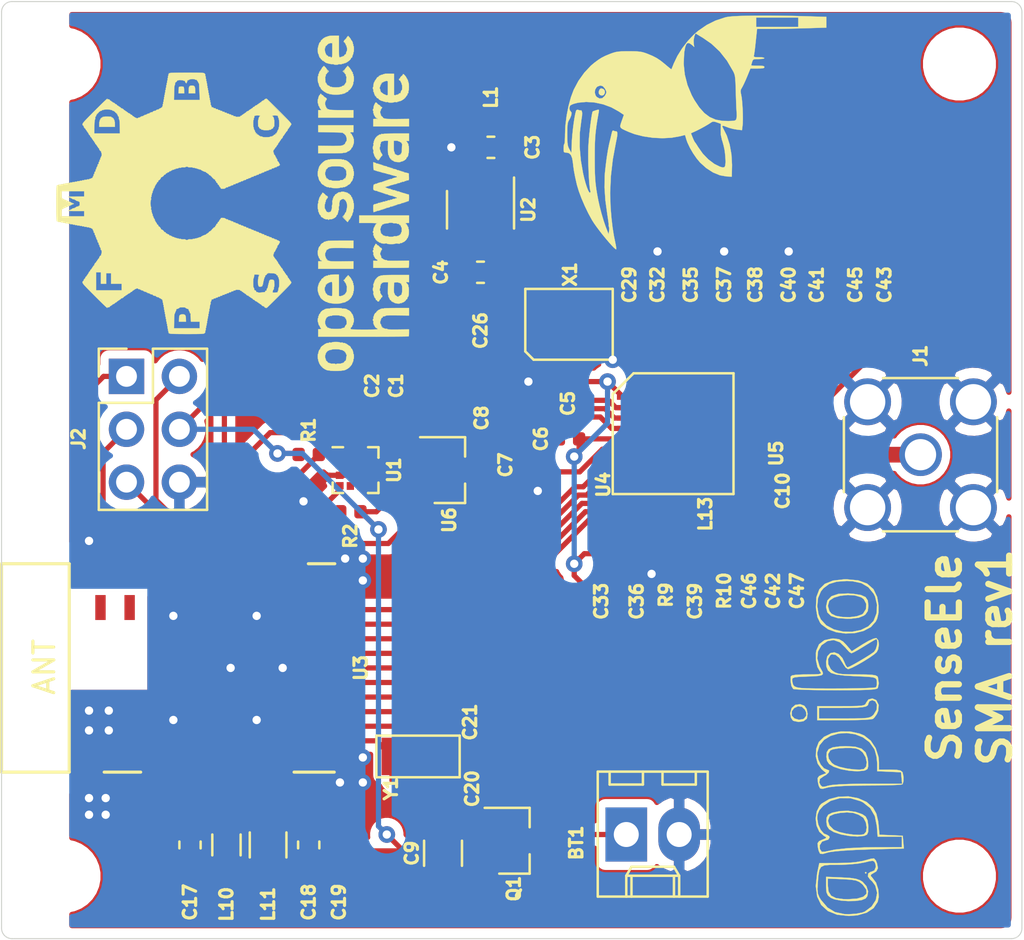
<source format=kicad_pcb>
(kicad_pcb (version 20171130) (host pcbnew 5.1.4-e60b266~84~ubuntu18.04.1)
  (layers (0 F.Cu signal) (31 B.Cu signal) (34 B.Paste user) (35 F.Paste user) (36 B.SilkS user) (37 F.SilkS user) (38 B.Mask user) (39 F.Mask user) (44 Edge.Cuts user))
  (net 0 "")
  (net 1 GND)
  (net 2 "Net-(BT1-Pad1)")
  (net 3 "Net-(C7-Pad2)")
  (net 4 /nRF_Module/DEC4)
  (net 5 /nRF_Module/XL1)
  (net 6 /nRF_Module/XL2)
  (net 7 "Net-(C29-Pad1)")
  (net 8 "Net-(C29-Pad2)")
  (net 9 "Net-(C32-Pad1)")
  (net 10 "Net-(C38-Pad1)")
  (net 11 "Net-(C41-Pad2)")
  (net 12 "Net-(C41-Pad1)")
  (net 13 "Net-(C43-Pad2)")
  (net 14 "Net-(C46-Pad2)")
  (net 15 /nRF_Module/SWDIO)
  (net 16 /nRF_Module/RX)
  (net 17 /nRF_Module/SWDCLK)
  (net 18 /nRF_Module/TX)
  (net 19 "Net-(L10-Pad2)")
  (net 20 /nRF_Module/DCC)
  (net 21 /nRF_Module/SCL)
  (net 22 /nRF_Module/SDA)
  (net 23 "Net-(R9-Pad1)")
  (net 24 "Net-(U1-Pad2)")
  (net 25 "Net-(U1-Pad5)")
  (net 26 "Net-(U1-Pad11)")
  (net 27 /nRF_Module/INT)
  (net 28 /CC1120/TCXO_EN)
  (net 29 "Net-(U2-Pad4)")
  (net 30 "Net-(U3-Pad41)")
  (net 31 "Net-(U3-Pad40)")
  (net 32 "Net-(U3-Pad38)")
  (net 33 "Net-(U3-Pad35)")
  (net 34 "Net-(U3-Pad32)")
  (net 35 "Net-(U3-Pad31)")
  (net 36 "Net-(U3-Pad29)")
  (net 37 /CC1120/RESET_N)
  (net 38 /CC1120/GPIO3)
  (net 39 /CC1120/GPIO0)
  (net 40 /CC1120/GPIO2)
  (net 41 /CC1120/CSN)
  (net 42 /CC1120/SCLK)
  (net 43 /CC1120/MOSI)
  (net 44 /CC1120/MISO)
  (net 45 /nRF_Module/HallEffect)
  (net 46 "Net-(U3-Pad7)")
  (net 47 "Net-(U3-Pad6)")
  (net 48 "Net-(U3-Pad5)")
  (net 49 "Net-(U4-Pad16)")
  (net 50 "Net-(U4-Pad18)")
  (net 51 "Net-(U4-Pad31)")
  (net 52 "Net-(X1-Pad1)")
  (net 53 VDD)
  (net 54 /CC1120/1V8)
  (net 55 "Net-(U3-Pad23)")
  (net 56 "Net-(U3-Pad4)")
  (net 57 "Net-(U3-Pad3)")
  (net 58 "Net-(U3-Pad2)")
  (net 59 VDD_CC112x)
  (net 60 "Net-(C10-Pad1)")
  (net 61 "Net-(C10-Pad2)")
  (net 62 "Net-(J1-Pad1)")
  (net 63 "Net-(U4-Pad19)")
  (net 64 "Net-(U4-Pad20)")
  (module sense_fp:OSHW1 (layer F.Cu) (at 21.1 19.7 90)
    (fp_text reference G*** hide)
    (fp_text value LOGO hide)
  )
  (module sense_fp:Appiko_Logo_2 (layer F.Cu) (at 50.6 48.1 90)
    (fp_text reference G*** hide)
    (fp_text value Appiko_Logo_2 hide)
  )
  (module sense_fp:Appiko_LOGO_img (layer F.Cu) (at 43.3 16.3 90)
    (fp_text reference G*** hide)
    (fp_text value Appiko_LOGO_img hide)
  )
  (module sense_fp:MountingHole_2.7mm_M2.5 (layer F.Cu) (at 56 52)
    (fp_text reference MK4 hide)
    (fp_text value Mounting_Hole)
    (pad 1 np_thru_hole circle (at 0 0) (size 2.7 2.7) (drill 2.7) (layers *.Cu *.Mask))
  )
  (module sense:C_0603_1608Metric (layer F.Cu) (at 33.5 17)
    (fp_text reference C3 (at 2 0 90) (layer F.SilkS) (effects (font (size 0.6 0.6))))
    (fp_text value 1uF)
    (pad 1 smd roundrect (at -0.7875 0) (size 0.875 0.95) (layers F.Cu F.Paste F.Mask) (net 1 GND))
    (pad 2 smd roundrect (at 0.7875 0) (size 0.875 0.95) (layers F.Cu F.Paste F.Mask) (net 59 VDD_CC112x))
  )
  (module sense:C_0603_1608Metric (layer F.Cu) (at 33 23)
    (fp_text reference C4 (at -1.9 0 90) (layer F.SilkS) (effects (font (size 0.6 0.6))))
    (fp_text value 1uF)
    (pad 2 smd roundrect (at 0.7875 0) (size 0.875 0.95) (layers F.Cu F.Paste F.Mask) (net 54 /CC1120/1V8))
    (pad 1 smd roundrect (at -0.7875 0) (size 0.875 0.95) (layers F.Cu F.Paste F.Mask) (net 1 GND))
  )
  (module sense:C_0603_1608Metric (layer F.Cu) (at 19.05 50.5 270)
    (fp_text reference C17 (at 2.75 0 90) (layer F.SilkS) (effects (font (size 0.6 0.6))))
    (fp_text value 1uF)
    (pad 2 smd roundrect (at 0.7875 0 270) (size 0.875 0.95) (layers F.Cu F.Paste F.Mask) (net 1 GND))
    (pad 1 smd roundrect (at -0.7875 0 270) (size 0.875 0.95) (layers F.Cu F.Paste F.Mask) (net 4 /nRF_Module/DEC4))
  )
  (module sense:C_0603_1608Metric (layer F.Cu) (at 24.75 50.5 270)
    (fp_text reference C18 (at 2.75 0 90) (layer F.SilkS) (effects (font (size 0.6 0.6))))
    (fp_text value 1uF)
    (pad 1 smd roundrect (at -0.7875 0 270) (size 0.875 0.95) (layers F.Cu F.Paste F.Mask) (net 53 VDD))
    (pad 2 smd roundrect (at 0.7875 0 270) (size 0.875 0.95) (layers F.Cu F.Paste F.Mask) (net 1 GND))
  )
  (module sense:C_0402_1005Metric (layer F.Cu) (at 26.2 50.5 270)
    (fp_text reference C19 (at 2.75 0 90) (layer F.SilkS) (effects (font (size 0.6 0.6))))
    (fp_text value 100nF)
    (pad 1 smd roundrect (at -0.485 0 270) (size 0.59 0.64) (layers F.Cu F.Paste F.Mask) (net 53 VDD))
    (pad 2 smd roundrect (at 0.485 0 270) (size 0.59 0.64) (layers F.Cu F.Paste F.Mask) (net 1 GND))
  )
  (module sense:C_0402_1005Metric (layer F.Cu) (at 31.1 47.9)
    (fp_text reference C20 (at 1.5 -0.1 90) (layer F.SilkS) (effects (font (size 0.6 0.6))))
    (fp_text value 8pF)
    (pad 2 smd roundrect (at 0.485 0) (size 0.59 0.64) (layers F.Cu F.Paste F.Mask) (net 1 GND))
    (pad 1 smd roundrect (at -0.485 0) (size 0.59 0.64) (layers F.Cu F.Paste F.Mask) (net 5 /nRF_Module/XL1))
  )
  (module sense:C_0402_1005Metric (layer F.Cu) (at 31.1 44.6)
    (fp_text reference C21 (at 1.4 0 90) (layer F.SilkS) (effects (font (size 0.6 0.6))))
    (fp_text value 8pF)
    (pad 1 smd roundrect (at -0.485 0) (size 0.59 0.64) (layers F.Cu F.Paste F.Mask) (net 6 /nRF_Module/XL2))
    (pad 2 smd roundrect (at 0.485 0) (size 0.59 0.64) (layers F.Cu F.Paste F.Mask) (net 1 GND))
  )
  (module sense:C_0402_1005Metric (layer F.Cu) (at 33 24.4)
    (fp_text reference C26 (at 0 1.4 90) (layer F.SilkS) (effects (font (size 0.6 0.6))))
    (fp_text value 100nF)
    (pad 2 smd roundrect (at 0.485 0) (size 0.59 0.64) (layers F.Cu F.Paste F.Mask) (net 54 /CC1120/1V8))
    (pad 1 smd roundrect (at -0.485 0) (size 0.59 0.64) (layers F.Cu F.Paste F.Mask) (net 1 GND))
  )
  (module sense:C_0402_1005Metric (layer F.Cu) (at 40.15 25.5 90)
    (fp_text reference C29 (at 1.9 0 90) (layer F.SilkS) (effects (font (size 0.6 0.6))))
    (fp_text value 22pF)
    (pad 1 smd roundrect (at -0.485 0 90) (size 0.59 0.64) (layers F.Cu F.Paste F.Mask) (net 7 "Net-(C29-Pad1)"))
    (pad 2 smd roundrect (at 0.485 0 90) (size 0.59 0.64) (layers F.Cu F.Paste F.Mask) (net 8 "Net-(C29-Pad2)"))
  )
  (module Package_LGA:LGA-12_2x2mm_P0.5mm (layer F.Cu) (at 27 32.5)
    (fp_text reference U1 (at 1.85 0 90) (layer F.SilkS) (effects (font (size 0.6 0.6))))
    (fp_text value KX003-1077)
    (pad 2 smd rect (at -0.7625 -0.25) (size 0.375 0.35) (layers F.Cu F.Paste F.Mask) (net 24 "Net-(U1-Pad2)"))
    (pad 3 smd rect (at -0.7625 0.25) (size 0.375 0.35) (layers F.Cu F.Paste F.Mask) (net 1 GND))
    (pad 9 smd rect (at 0.7625 -0.25) (size 0.375 0.35) (layers F.Cu F.Paste F.Mask) (net 53 VDD))
    (pad 8 smd rect (at 0.7625 0.25) (size 0.375 0.35) (layers F.Cu F.Paste F.Mask) (net 1 GND))
    (pad 4 smd rect (at -0.7625 0.75) (size 0.375 0.35) (layers F.Cu F.Paste F.Mask) (net 22 /nRF_Module/SDA))
    (pad 7 smd rect (at 0.7625 0.75) (size 0.375 0.35) (layers F.Cu F.Paste F.Mask) (net 1 GND))
    (pad 1 smd rect (at -0.7625 -0.75) (size 0.375 0.35) (layers F.Cu F.Paste F.Mask) (net 21 /nRF_Module/SCL))
    (pad 10 smd rect (at 0.7625 -0.75) (size 0.375 0.35) (layers F.Cu F.Paste F.Mask) (net 53 VDD))
    (pad 5 smd rect (at -0.25 0.7625 90) (size 0.375 0.35) (layers F.Cu F.Paste F.Mask) (net 25 "Net-(U1-Pad5)"))
    (pad 6 smd rect (at 0.25 0.7625 90) (size 0.375 0.35) (layers F.Cu F.Paste F.Mask) (net 1 GND))
    (pad 11 smd rect (at 0.25 -0.7625 90) (size 0.375 0.35) (layers F.Cu F.Paste F.Mask) (net 26 "Net-(U1-Pad11)"))
    (pad 12 smd rect (at -0.25 -0.7625 90) (size 0.375 0.35) (layers F.Cu F.Paste F.Mask) (net 27 /nRF_Module/INT))
  )
  (module Package_TO_SOT_SMD:SOT-23-5 (layer F.Cu) (at 33 20 270)
    (fp_text reference U2 (at 0 -2.3 270) (layer F.SilkS) (effects (font (size 0.6 0.6))))
    (fp_text value MIC5504-1.8YM5)
    (pad 1 smd rect (at -1.1 -0.95 270) (size 1.06 0.65) (layers F.Cu F.Paste F.Mask) (net 59 VDD_CC112x))
    (pad 2 smd rect (at -1.1 0 270) (size 1.06 0.65) (layers F.Cu F.Paste F.Mask) (net 1 GND))
    (pad 3 smd rect (at -1.1 0.95 270) (size 1.06 0.65) (layers F.Cu F.Paste F.Mask) (net 28 /CC1120/TCXO_EN))
    (pad 4 smd rect (at 1.1 0.95 270) (size 1.06 0.65) (layers F.Cu F.Paste F.Mask) (net 29 "Net-(U2-Pad4)"))
    (pad 5 smd rect (at 1.1 -0.95 270) (size 1.06 0.65) (layers F.Cu F.Paste F.Mask) (net 54 /CC1120/1V8))
  )
  (module sense_fp:Molex_KK-6410-02_02x2.54mm_Straight (layer F.Cu) (at 40 50)
    (fp_text reference BT1 (at -2.4 0.4 90) (layer F.SilkS) (effects (font (size 0.6 0.6))))
    (fp_text value "Dual AA")
    (pad 2 thru_hole oval (at 2.54 0) (size 2 2.6) (drill 1.2) (layers *.Cu *.Mask) (net 1 GND))
    (pad 1 thru_hole rect (at 0 0) (size 2 2.6) (drill 1.2) (layers *.Cu *.Mask) (net 2 "Net-(BT1-Pad1)"))
  )
  (module sense_fp:C_0402_1005Metric (layer F.Cu) (at 28.95 30.25 90)
    (fp_text reference C1 (at 1.8 0 90) (layer F.SilkS) (effects (font (size 0.6 0.6))))
    (fp_text value 100nF)
    (pad 1 smd roundrect (at -0.485 0 90) (size 0.59 0.64) (layers F.Cu F.Paste F.Mask) (net 53 VDD))
    (pad 2 smd roundrect (at 0.485 0 90) (size 0.59 0.64) (layers F.Cu F.Paste F.Mask) (net 1 GND))
  )
  (module sense_fp:C_0402_1005Metric (layer F.Cu) (at 27.8 30.25 90)
    (fp_text reference C2 (at 1.8 0 90) (layer F.SilkS) (effects (font (size 0.6 0.6))))
    (fp_text value 100nF)
    (pad 2 smd roundrect (at 0.485 0 90) (size 0.59 0.64) (layers F.Cu F.Paste F.Mask) (net 1 GND))
    (pad 1 smd roundrect (at -0.485 0 90) (size 0.59 0.64) (layers F.Cu F.Paste F.Mask) (net 53 VDD))
  )
  (module sense_fp:C_0402_1005Metric (layer F.Cu) (at 37.25 28.25)
    (fp_text reference C5 (at -0.05 1.05 270) (layer F.SilkS) (effects (font (size 0.6 0.6))))
    (fp_text value 47nF)
    (pad 2 smd roundrect (at 0.485 0) (size 0.59 0.64) (layers F.Cu F.Paste F.Mask) (net 59 VDD_CC112x))
    (pad 1 smd roundrect (at -0.485 0) (size 0.59 0.64) (layers F.Cu F.Paste F.Mask) (net 1 GND))
  )
  (module sense_fp:C_0402_1005Metric (layer F.Cu) (at 37.25 31)
    (fp_text reference C6 (at -1.35 0 90) (layer F.SilkS) (effects (font (size 0.6 0.6))))
    (fp_text value 47nF)
    (pad 1 smd roundrect (at -0.485 0) (size 0.59 0.64) (layers F.Cu F.Paste F.Mask) (net 1 GND))
    (pad 2 smd roundrect (at 0.485 0) (size 0.59 0.64) (layers F.Cu F.Paste F.Mask) (net 59 VDD_CC112x))
  )
  (module sense_fp:C_0402_1005Metric (layer F.Cu) (at 35.75 32.25)
    (fp_text reference C7 (at -1.55 0 90) (layer F.SilkS) (effects (font (size 0.6 0.6))))
    (fp_text value 220nF)
    (pad 1 smd roundrect (at -0.485 0) (size 0.59 0.64) (layers F.Cu F.Paste F.Mask) (net 1 GND))
    (pad 2 smd roundrect (at 0.485 0) (size 0.59 0.64) (layers F.Cu F.Paste F.Mask) (net 3 "Net-(C7-Pad2)"))
  )
  (module sense_fp:C_0402_1005Metric (layer F.Cu) (at 31.5 30)
    (fp_text reference C8 (at 1.55 0 90) (layer F.SilkS) (effects (font (size 0.6 0.6))))
    (fp_text value 100nF)
    (pad 1 smd roundrect (at -0.485 0) (size 0.59 0.64) (layers F.Cu F.Paste F.Mask) (net 53 VDD))
    (pad 2 smd roundrect (at 0.485 0) (size 0.59 0.64) (layers F.Cu F.Paste F.Mask) (net 1 GND))
  )
  (module sense_fp:C_1206_3216Metric (layer F.Cu) (at 31.2 50.9 90)
    (fp_text reference C9 (at 0 -1.5 90) (layer F.SilkS) (effects (font (size 0.6 0.6))))
    (fp_text value 22uF)
    (pad 1 smd roundrect (at -1.4 0 90) (size 1.25 1.75) (layers F.Cu F.Paste F.Mask) (roundrect_rratio 0.2) (net 53 VDD))
    (pad 2 smd roundrect (at 1.4 0 90) (size 1.25 1.75) (layers F.Cu F.Paste F.Mask) (roundrect_rratio 0.2) (net 1 GND))
  )
  (module sense_fp:C_0402_1005Metric (layer F.Cu) (at 46.1 33.36)
    (fp_text reference C10 (at 1.41 0.14 90) (layer F.SilkS) (effects (font (size 0.6 0.6))))
    (fp_text value 100pF)
    (pad 1 smd roundrect (at -0.485 0) (size 0.59 0.64) (layers F.Cu F.Paste F.Mask) (net 60 "Net-(C10-Pad1)"))
    (pad 2 smd roundrect (at 0.485 0) (size 0.59 0.64) (layers F.Cu F.Paste F.Mask) (net 61 "Net-(C10-Pad2)"))
  )
  (module sense_fp:C_0402_1005Metric (layer F.Cu) (at 41.5 25.5 90)
    (fp_text reference C32 (at 1.9 0 90) (layer F.SilkS) (effects (font (size 0.6 0.6))))
    (fp_text value 47nF)
    (pad 1 smd roundrect (at -0.485 0 90) (size 0.59 0.64) (layers F.Cu F.Paste F.Mask) (net 9 "Net-(C32-Pad1)"))
    (pad 2 smd roundrect (at 0.485 0 90) (size 0.59 0.64) (layers F.Cu F.Paste F.Mask) (net 1 GND))
  )
  (module sense_fp:C_0402_1005Metric (layer F.Cu) (at 38.8 37 90)
    (fp_text reference C33 (at -1.8 0 90) (layer F.SilkS) (effects (font (size 0.6 0.6))))
    (fp_text value 47nF)
    (pad 1 smd roundrect (at -0.485 0 90) (size 0.59 0.64) (layers F.Cu F.Paste F.Mask) (net 1 GND))
    (pad 2 smd roundrect (at 0.485 0 90) (size 0.59 0.64) (layers F.Cu F.Paste F.Mask) (net 59 VDD_CC112x))
  )
  (module sense_fp:C_0402_1005Metric (layer F.Cu) (at 43.1 25.5 90)
    (fp_text reference C35 (at 1.9 0 90) (layer F.SilkS) (effects (font (size 0.6 0.6))))
    (fp_text value 47nF)
    (pad 2 smd roundrect (at 0.485 0 90) (size 0.59 0.64) (layers F.Cu F.Paste F.Mask) (net 1 GND))
    (pad 1 smd roundrect (at -0.485 0 90) (size 0.59 0.64) (layers F.Cu F.Paste F.Mask) (net 59 VDD_CC112x))
  )
  (module sense_fp:C_0402_1005Metric (layer F.Cu) (at 40.45 37 90)
    (fp_text reference C36 (at -1.8 0.05 90) (layer F.SilkS) (effects (font (size 0.6 0.6))))
    (fp_text value 47nF)
    (pad 2 smd roundrect (at 0.485 0 90) (size 0.59 0.64) (layers F.Cu F.Paste F.Mask) (net 59 VDD_CC112x))
    (pad 1 smd roundrect (at -0.485 0 90) (size 0.59 0.64) (layers F.Cu F.Paste F.Mask) (net 1 GND))
  )
  (module sense_fp:C_0402_1005Metric (layer F.Cu) (at 44.7 25.5 90)
    (fp_text reference C37 (at 1.9 0 90) (layer F.SilkS) (effects (font (size 0.6 0.6))))
    (fp_text value 47nF)
    (pad 1 smd roundrect (at -0.485 0 90) (size 0.59 0.64) (layers F.Cu F.Paste F.Mask) (net 59 VDD_CC112x))
    (pad 2 smd roundrect (at 0.485 0 90) (size 0.59 0.64) (layers F.Cu F.Paste F.Mask) (net 1 GND))
  )
  (module sense_fp:C_0402_1005Metric (layer F.Cu) (at 46.25 25.5 90)
    (fp_text reference C38 (at 1.9 -0.05 90) (layer F.SilkS) (effects (font (size 0.6 0.6))))
    (fp_text value 47nF)
    (pad 1 smd roundrect (at -0.485 0 90) (size 0.59 0.64) (layers F.Cu F.Paste F.Mask) (net 10 "Net-(C38-Pad1)"))
    (pad 2 smd roundrect (at 0.485 0 90) (size 0.59 0.64) (layers F.Cu F.Paste F.Mask) (net 1 GND))
  )
  (module sense_fp:C_0402_1005Metric (layer F.Cu) (at 43.25 37 90)
    (fp_text reference C39 (at -1.8 0.05 90) (layer F.SilkS) (effects (font (size 0.6 0.6))))
    (fp_text value 47nF)
    (pad 2 smd roundrect (at 0.485 0 90) (size 0.59 0.64) (layers F.Cu F.Paste F.Mask) (net 59 VDD_CC112x))
    (pad 1 smd roundrect (at -0.485 0 90) (size 0.59 0.64) (layers F.Cu F.Paste F.Mask) (net 1 GND))
  )
  (module sense_fp:C_0402_1005Metric (layer F.Cu) (at 47.8 25.5 90)
    (fp_text reference C40 (at 1.9 0 90) (layer F.SilkS) (effects (font (size 0.6 0.6))))
    (fp_text value 47nF)
    (pad 2 smd roundrect (at 0.485 0 90) (size 0.59 0.64) (layers F.Cu F.Paste F.Mask) (net 1 GND))
    (pad 1 smd roundrect (at -0.485 0 90) (size 0.59 0.64) (layers F.Cu F.Paste F.Mask) (net 59 VDD_CC112x))
  )
  (module sense_fp:C_0402_1005Metric (layer F.Cu) (at 49.15 25.5 270)
    (fp_text reference C41 (at -1.9 0 90) (layer F.SilkS) (effects (font (size 0.6 0.6))))
    (fp_text value 1.8nF)
    (pad 2 smd roundrect (at 0.485 0 270) (size 0.59 0.64) (layers F.Cu F.Paste F.Mask) (net 11 "Net-(C41-Pad2)"))
    (pad 1 smd roundrect (at -0.485 0 270) (size 0.59 0.64) (layers F.Cu F.Paste F.Mask) (net 12 "Net-(C41-Pad1)"))
  )
  (module sense_fp:C_0402_1005Metric (layer F.Cu) (at 47.05 36.52 270)
    (fp_text reference C42 (at 1.78 0 90) (layer F.SilkS) (effects (font (size 0.6 0.6))))
    (fp_text value 10nF)
    (pad 1 smd roundrect (at -0.485 0 270) (size 0.59 0.64) (layers F.Cu F.Paste F.Mask) (net 1 GND))
    (pad 2 smd roundrect (at 0.485 0 270) (size 0.59 0.64) (layers F.Cu F.Paste F.Mask) (net 59 VDD_CC112x))
  )
  (module sense_fp:C_0402_1005Metric (layer F.Cu) (at 52.4 25.5 270)
    (fp_text reference C43 (at -1.9 0 90) (layer F.SilkS) (effects (font (size 0.6 0.6))))
    (fp_text value 10nF)
    (pad 2 smd roundrect (at 0.485 0 270) (size 0.59 0.64) (layers F.Cu F.Paste F.Mask) (net 13 "Net-(C43-Pad2)"))
    (pad 1 smd roundrect (at -0.485 0 270) (size 0.59 0.64) (layers F.Cu F.Paste F.Mask) (net 1 GND))
  )
  (module sense_fp:C_0402_1005Metric (layer F.Cu) (at 51 25.5 270)
    (fp_text reference C45 (at -1.9 0 90) (layer F.SilkS) (effects (font (size 0.6 0.6))))
    (fp_text value 47nF)
    (pad 2 smd roundrect (at 0.485 0 270) (size 0.59 0.64) (layers F.Cu F.Paste F.Mask) (net 59 VDD_CC112x))
    (pad 1 smd roundrect (at -0.485 0 270) (size 0.59 0.64) (layers F.Cu F.Paste F.Mask) (net 1 GND))
  )
  (module sense_fp:C_0402_1005Metric (layer F.Cu) (at 45.9 36.52 90)
    (fp_text reference C46 (at -1.78 0 90) (layer F.SilkS) (effects (font (size 0.6 0.6))))
    (fp_text value 33pF)
    (pad 2 smd roundrect (at 0.485 0 90) (size 0.59 0.64) (layers F.Cu F.Paste F.Mask) (net 14 "Net-(C46-Pad2)"))
    (pad 1 smd roundrect (at -0.485 0 90) (size 0.59 0.64) (layers F.Cu F.Paste F.Mask) (net 59 VDD_CC112x))
  )
  (module sense_fp:C_0402_1005Metric (layer F.Cu) (at 48.2 36.52 270)
    (fp_text reference C47 (at 1.78 0 90) (layer F.SilkS) (effects (font (size 0.6 0.6))))
    (fp_text value 100pF)
    (pad 2 smd roundrect (at 0.485 0 270) (size 0.59 0.64) (layers F.Cu F.Paste F.Mask) (net 59 VDD_CC112x))
    (pad 1 smd roundrect (at -0.485 0 270) (size 0.59 0.64) (layers F.Cu F.Paste F.Mask) (net 1 GND))
  )
  (module sense_fp:SMA_Amphenol_132134_Vertical (layer F.Cu) (at 54.13 31.76)
    (fp_text reference J1 (at 0 -4.75 90) (layer F.SilkS) (effects (font (size 0.6 0.6))))
    (fp_text value Conn_Coaxial)
    (pad 1 thru_hole circle (at 0 0) (size 2.05 2.05) (drill 1.5) (layers *.Cu *.Mask) (net 62 "Net-(J1-Pad1)"))
    (pad 2 thru_hole circle (at 2.54 2.54) (size 2.25 2.25) (drill 1.7) (layers *.Cu *.Mask) (net 1 GND))
    (pad 2 thru_hole circle (at 2.54 -2.54) (size 2.25 2.25) (drill 1.7) (layers *.Cu *.Mask) (net 1 GND))
    (pad 2 thru_hole circle (at -2.54 -2.54) (size 2.25 2.25) (drill 1.7) (layers *.Cu *.Mask) (net 1 GND))
    (pad 2 thru_hole circle (at -2.54 2.54) (size 2.25 2.25) (drill 1.7) (layers *.Cu *.Mask) (net 1 GND))
  )
  (module sense_fp:PinHeader_2x03_P2.54mm_Vertical (layer F.Cu) (at 16 28)
    (fp_text reference J2 (at -2.3 3 90) (layer F.SilkS) (effects (font (size 0.6 0.6))))
    (fp_text value Conn_02x03_Odd_Even)
    (pad 1 thru_hole rect (at 0 0) (size 1.7 1.7) (drill 1) (layers *.Cu *.Mask) (net 15 /nRF_Module/SWDIO))
    (pad 2 thru_hole oval (at 2.54 0) (size 1.7 1.7) (drill 1) (layers *.Cu *.Mask) (net 16 /nRF_Module/RX))
    (pad 3 thru_hole oval (at 0 2.54) (size 1.7 1.7) (drill 1) (layers *.Cu *.Mask) (net 17 /nRF_Module/SWDCLK))
    (pad 4 thru_hole oval (at 2.54 2.54) (size 1.7 1.7) (drill 1) (layers *.Cu *.Mask) (net 53 VDD))
    (pad 5 thru_hole oval (at 0 5.08) (size 1.7 1.7) (drill 1) (layers *.Cu *.Mask) (net 18 /nRF_Module/TX))
    (pad 6 thru_hole oval (at 2.54 5.08) (size 1.7 1.7) (drill 1) (layers *.Cu *.Mask) (net 1 GND))
  )
  (module sense_fp:C_0402_1005Metric (layer F.Cu) (at 33.5 15.6)
    (fp_text reference L1 (at 0 -1 90) (layer F.SilkS) (effects (font (size 0.6 0.6))))
    (fp_text value Bead)
    (pad 2 smd roundrect (at 0.485 0) (size 0.59 0.64) (layers F.Cu F.Paste F.Mask) (net 59 VDD_CC112x))
    (pad 1 smd roundrect (at -0.485 0) (size 0.59 0.64) (layers F.Cu F.Paste F.Mask) (net 53 VDD))
  )
  (module sense_fp:L_0603_HandSoldering (layer F.Cu) (at 20.8 50.5 270)
    (fp_text reference L10 (at 2.85 0 90) (layer F.SilkS) (effects (font (size 0.6 0.6))))
    (fp_text value 15nH)
    (pad 2 smd rect (at 1.1 0 270) (size 1.2 0.9) (layers F.Cu F.Paste F.Mask) (net 19 "Net-(L10-Pad2)"))
    (pad 1 smd rect (at -1.1 0 270) (size 1.2 0.9) (layers F.Cu F.Paste F.Mask) (net 4 /nRF_Module/DEC4))
  )
  (module sense_fp:L_0805 (layer F.Cu) (at 22.8 50.5 90)
    (fp_text reference L11 (at -2.85 0 90) (layer F.SilkS) (effects (font (size 0.6 0.6))))
    (fp_text value 10uH)
    (pad 1 smd rect (at -0.95 0 90) (size 0.7 1.3) (layers F.Cu F.Paste F.Mask) (net 19 "Net-(L10-Pad2)"))
    (pad 2 smd rect (at 0.95 0 90) (size 0.7 1.3) (layers F.Cu F.Paste F.Mask) (net 20 /nRF_Module/DCC))
  )
  (module sense_fp:C_0402_1005Metric (layer F.Cu) (at 44.7 34.6 270)
    (fp_text reference L13 (at 0.01 0.9 90) (layer F.SilkS) (effects (font (size 0.6 0.6))))
    (fp_text value 10nH)
    (pad 1 smd roundrect (at -0.485 0 270) (size 0.59 0.64) (layers F.Cu F.Paste F.Mask) (net 60 "Net-(C10-Pad1)"))
    (pad 2 smd roundrect (at 0.485 0 270) (size 0.59 0.64) (layers F.Cu F.Paste F.Mask) (net 14 "Net-(C46-Pad2)"))
  )
  (module sense_fp:MountingHole_2.7mm_M2.5 (layer F.Cu) (at 13 13)
    (fp_text reference MK1 hide)
    (fp_text value Mounting_Hole)
    (pad 1 np_thru_hole circle (at 0 0) (size 2.7 2.7) (drill 2.7) (layers *.Cu *.Mask))
  )
  (module sense_fp:MountingHole_2.7mm_M2.5 (layer F.Cu) (at 56 13)
    (fp_text reference MK2 hide)
    (fp_text value Mounting_Hole)
    (pad 1 np_thru_hole circle (at 0 0) (size 2.7 2.7) (drill 2.7) (layers *.Cu *.Mask))
  )
  (module sense_fp:MountingHole_2.7mm_M2.5 (layer F.Cu) (at 13 52)
    (fp_text reference MK3 hide)
    (fp_text value Mounting_Hole)
    (pad 1 np_thru_hole circle (at 0 0) (size 2.7 2.7) (drill 2.7) (layers *.Cu *.Mask))
  )
  (module sense_fp:SOT-23 (layer F.Cu) (at 34.6 50.3)
    (fp_text reference Q1 (at 0 2.3 90) (layer F.SilkS) (effects (font (size 0.6 0.6))))
    (fp_text value IRLML6401)
    (pad 3 smd rect (at 1 0) (size 0.9 0.8) (layers F.Cu F.Paste F.Mask) (net 2 "Net-(BT1-Pad1)"))
    (pad 2 smd rect (at -1 0.95) (size 0.9 0.8) (layers F.Cu F.Paste F.Mask) (net 53 VDD))
    (pad 1 smd rect (at -1 -0.95) (size 0.9 0.8) (layers F.Cu F.Paste F.Mask) (net 1 GND))
  )
  (module sense_fp:C_0402_1005Metric (layer F.Cu) (at 24.75 31.75)
    (fp_text reference R1 (at 0 -1.17 90) (layer F.SilkS) (effects (font (size 0.6 0.6))))
    (fp_text value 10k)
    (pad 1 smd roundrect (at -0.485 0) (size 0.59 0.64) (layers F.Cu F.Paste F.Mask) (net 53 VDD))
    (pad 2 smd roundrect (at 0.485 0) (size 0.59 0.64) (layers F.Cu F.Paste F.Mask) (net 21 /nRF_Module/SCL))
  )
  (module sense_fp:C_0402_1005Metric (layer F.Cu) (at 26.75 34.5 180)
    (fp_text reference R2 (at 0 -1.17 90) (layer F.SilkS) (effects (font (size 0.6 0.6))))
    (fp_text value 10k)
    (pad 2 smd roundrect (at 0.485 0 180) (size 0.59 0.64) (layers F.Cu F.Paste F.Mask) (net 22 /nRF_Module/SDA))
    (pad 1 smd roundrect (at -0.485 0 180) (size 0.59 0.64) (layers F.Cu F.Paste F.Mask) (net 53 VDD))
  )
  (module sense_fp:C_0402_1005Metric (layer F.Cu) (at 41.85 37 270)
    (fp_text reference R9 (at 1.5 -0.05 90) (layer F.SilkS) (effects (font (size 0.6 0.6))))
    (fp_text value 56k)
    (pad 1 smd roundrect (at -0.485 0 270) (size 0.59 0.64) (layers F.Cu F.Paste F.Mask) (net 23 "Net-(R9-Pad1)"))
    (pad 2 smd roundrect (at 0.485 0 270) (size 0.59 0.64) (layers F.Cu F.Paste F.Mask) (net 1 GND))
  )
  (module sense_fp:C_0402_1005Metric (layer F.Cu) (at 44.7 36.52 270)
    (fp_text reference R10 (at 1.78 0 90) (layer F.SilkS) (effects (font (size 0.6 0.6))))
    (fp_text value 10E)
    (pad 1 smd roundrect (at -0.485 0 270) (size 0.59 0.64) (layers F.Cu F.Paste F.Mask) (net 14 "Net-(C46-Pad2)"))
    (pad 2 smd roundrect (at 0.485 0 270) (size 0.59 0.64) (layers F.Cu F.Paste F.Mask) (net 59 VDD_CC112x))
  )
  (module sense_fp:mdbt42Q (layer F.Cu) (at 19.5 42 90)
    (fp_text reference U3 (at 0 7.75 90) (layer F.SilkS) (effects (font (size 0.6 0.6))))
    (fp_text value MDBT42Q hide)
    (fp_text user ANT (at 0.05 -7.45 90) (layer F.SilkS))
    (pad 41 smd rect (at 2.9 -3.35 90) (size 1.2 0.5) (layers F.Cu F.Paste F.Mask) (net 30 "Net-(U3-Pad41)"))
    (pad 40 smd rect (at 2.9 -4.75 90) (size 1.2 0.5) (layers F.Cu F.Paste F.Mask) (net 31 "Net-(U3-Pad40)"))
    (pad 39 smd rect (at 4.75 -5.3 90) (size 1.6 0.9) (layers F.Cu F.Paste F.Mask) (net 1 GND))
    (pad 38 smd rect (at 4.75 -4.4 90) (size 1.6 0.5) (layers F.Cu F.Paste F.Mask) (net 32 "Net-(U3-Pad38)"))
    (pad 37 smd rect (at 4.75 -3.7 90) (size 1.6 0.5) (layers F.Cu F.Paste F.Mask) (net 15 /nRF_Module/SWDIO))
    (pad 36 smd rect (at 4.75 -3 90) (size 1.6 0.5) (layers F.Cu F.Paste F.Mask) (net 17 /nRF_Module/SWDCLK))
    (pad 35 smd rect (at 4.75 -2.3 90) (size 1.6 0.5) (layers F.Cu F.Paste F.Mask) (net 33 "Net-(U3-Pad35)"))
    (pad 34 smd rect (at 4.75 -1.6 90) (size 1.6 0.5) (layers F.Cu F.Paste F.Mask) (net 18 /nRF_Module/TX))
    (pad 33 smd rect (at 4.75 -0.9 90) (size 1.6 0.5) (layers F.Cu F.Paste F.Mask) (net 16 /nRF_Module/RX))
    (pad 32 smd rect (at 4.75 -0.2 90) (size 1.6 0.5) (layers F.Cu F.Paste F.Mask) (net 34 "Net-(U3-Pad32)"))
    (pad 31 smd rect (at 4.75 0.5 90) (size 1.6 0.5) (layers F.Cu F.Paste F.Mask) (net 35 "Net-(U3-Pad31)"))
    (pad 30 smd rect (at 4.75 1.2 90) (size 1.6 0.5) (layers F.Cu F.Paste F.Mask) (net 28 /CC1120/TCXO_EN))
    (pad 29 smd rect (at 4.75 1.9 90) (size 1.6 0.5) (layers F.Cu F.Paste F.Mask) (net 36 "Net-(U3-Pad29)"))
    (pad 28 smd rect (at 4.75 2.6 90) (size 1.6 0.5) (layers F.Cu F.Paste F.Mask) (net 27 /nRF_Module/INT))
    (pad 27 smd rect (at 4.75 3.3 90) (size 1.6 0.5) (layers F.Cu F.Paste F.Mask) (net 21 /nRF_Module/SCL))
    (pad 26 smd rect (at 4.75 4 90) (size 1.6 0.5) (layers F.Cu F.Paste F.Mask) (net 22 /nRF_Module/SDA))
    (pad 25 smd rect (at 4.75 4.7 90) (size 1.6 0.5) (layers F.Cu F.Paste F.Mask) (net 45 /nRF_Module/HallEffect))
    (pad 24 smd rect (at 4.2 6.25 90) (size 0.5 1.6) (layers F.Cu F.Paste F.Mask) (net 1 GND))
    (pad 23 smd rect (at 3.5 6.25 90) (size 0.5 1.6) (layers F.Cu F.Paste F.Mask) (net 55 "Net-(U3-Pad23)"))
    (pad 22 smd rect (at 2.8 6.25 90) (size 0.5 1.6) (layers F.Cu F.Paste F.Mask) (net 37 /CC1120/RESET_N))
    (pad 21 smd rect (at 2.1 6.25 90) (size 0.5 1.6) (layers F.Cu F.Paste F.Mask) (net 38 /CC1120/GPIO3))
    (pad 20 smd rect (at 1.4 6.25 90) (size 0.5 1.6) (layers F.Cu F.Paste F.Mask) (net 40 /CC1120/GPIO2))
    (pad 19 smd rect (at 0.7 6.25 90) (size 0.5 1.6) (layers F.Cu F.Paste F.Mask) (net 43 /CC1120/MOSI))
    (pad 18 smd rect (at 0 6.25 90) (size 0.5 1.6) (layers F.Cu F.Paste F.Mask) (net 42 /CC1120/SCLK))
    (pad 17 smd rect (at -0.7 6.25 90) (size 0.5 1.6) (layers F.Cu F.Paste F.Mask) (net 44 /CC1120/MISO))
    (pad 16 smd rect (at -1.4 6.25 90) (size 0.5 1.6) (layers F.Cu F.Paste F.Mask) (net 39 /CC1120/GPIO0))
    (pad 15 smd rect (at -2.1 6.25 90) (size 0.5 1.6) (layers F.Cu F.Paste F.Mask) (net 41 /CC1120/CSN))
    (pad 14 smd rect (at -2.8 6.25 90) (size 0.5 1.6) (layers F.Cu F.Paste F.Mask) (net 6 /nRF_Module/XL2))
    (pad 13 smd rect (at -3.5 6.25 90) (size 0.5 1.6) (layers F.Cu F.Paste F.Mask) (net 5 /nRF_Module/XL1))
    (pad 11 smd rect (at -4.75 4 90) (size 1.6 0.5) (layers F.Cu F.Paste F.Mask) (net 53 VDD))
    (pad 10 smd rect (at -4.75 3.3 90) (size 1.6 0.5) (layers F.Cu F.Paste F.Mask) (net 20 /nRF_Module/DCC))
    (pad 9 smd rect (at -4.75 2.6 90) (size 1.6 0.5) (layers F.Cu F.Paste F.Mask) (net 4 /nRF_Module/DEC4))
    (pad 8 smd rect (at -4.75 1.9 90) (size 1.6 0.5) (layers F.Cu F.Paste F.Mask) (net 53 VDD))
    (pad 7 smd rect (at -4.75 1.2 90) (size 1.6 0.5) (layers F.Cu F.Paste F.Mask) (net 46 "Net-(U3-Pad7)"))
    (pad 6 smd rect (at -4.75 0.5 90) (size 1.6 0.5) (layers F.Cu F.Paste F.Mask) (net 47 "Net-(U3-Pad6)"))
    (pad 5 smd rect (at -4.75 -0.2 90) (size 1.6 0.5) (layers F.Cu F.Paste F.Mask) (net 48 "Net-(U3-Pad5)"))
    (pad 4 smd rect (at -4.75 -0.9 90) (size 1.6 0.5) (layers F.Cu F.Paste F.Mask) (net 56 "Net-(U3-Pad4)"))
    (pad 3 smd rect (at -4.75 -1.6 90) (size 1.6 0.5) (layers F.Cu F.Paste F.Mask) (net 57 "Net-(U3-Pad3)"))
    (pad 1 smd rect (at -4.75 -5.3 90) (size 1.6 0.9) (layers F.Cu F.Paste F.Mask) (net 1 GND))
    (pad 2 smd rect (at -4.75 -2.3 90) (size 1.6 0.5) (layers F.Cu F.Paste F.Mask) (net 58 "Net-(U3-Pad2)"))
    (pad 12 smd rect (at -4.3 6.25 90) (size 0.5 1.6) (layers F.Cu F.Paste F.Mask) (net 1 GND))
  )
  (module sense_fp:CC1120 (layer F.Cu) (at 42.25 30.75)
    (fp_text reference U4 (at -3.35 2.45 90) (layer F.SilkS) (effects (font (size 0.6 0.6))))
    (fp_text value CC1175)
    (pad 1 smd rect (at -2.4 -1.75 90) (size 0.25 0.6) (layers F.Cu F.Paste F.Mask) (net 59 VDD_CC112x))
    (pad 2 smd rect (at -2.4 -1.25 90) (size 0.25 0.6) (layers F.Cu F.Paste F.Mask) (net 37 /CC1120/RESET_N))
    (pad 3 smd rect (at -2.4 -0.75 90) (size 0.25 0.6) (layers F.Cu F.Paste F.Mask) (net 38 /CC1120/GPIO3))
    (pad 4 smd rect (at -2.4 -0.25 90) (size 0.25 0.6) (layers F.Cu F.Paste F.Mask) (net 40 /CC1120/GPIO2))
    (pad 5 smd rect (at -2.4 0.25 90) (size 0.25 0.6) (layers F.Cu F.Paste F.Mask) (net 59 VDD_CC112x))
    (pad 6 smd rect (at -2.4 0.75 90) (size 0.25 0.6) (layers F.Cu F.Paste F.Mask) (net 3 "Net-(C7-Pad2)"))
    (pad 7 smd rect (at -2.4 1.25 90) (size 0.25 0.6) (layers F.Cu F.Paste F.Mask) (net 43 /CC1120/MOSI))
    (pad 8 smd rect (at -2.4 1.75 90) (size 0.25 0.6) (layers F.Cu F.Paste F.Mask) (net 42 /CC1120/SCLK))
    (pad 9 smd rect (at -1.75 2.4 180) (size 0.25 0.6) (layers F.Cu F.Paste F.Mask) (net 44 /CC1120/MISO))
    (pad 10 smd rect (at -1.25 2.4 180) (size 0.25 0.6) (layers F.Cu F.Paste F.Mask) (net 39 /CC1120/GPIO0))
    (pad 11 smd rect (at -0.75 2.4 180) (size 0.25 0.6) (layers F.Cu F.Paste F.Mask) (net 41 /CC1120/CSN))
    (pad 12 smd rect (at -0.25 2.4 180) (size 0.25 0.6) (layers F.Cu F.Paste F.Mask) (net 59 VDD_CC112x))
    (pad 13 smd rect (at 0.25 2.4 180) (size 0.25 0.6) (layers F.Cu F.Paste F.Mask) (net 59 VDD_CC112x))
    (pad 14 smd rect (at 0.75 2.4 180) (size 0.25 0.6) (layers F.Cu F.Paste F.Mask) (net 23 "Net-(R9-Pad1)"))
    (pad 15 smd rect (at 1.25 2.4 180) (size 0.25 0.6) (layers F.Cu F.Paste F.Mask) (net 59 VDD_CC112x))
    (pad 16 smd rect (at 1.75 2.4 180) (size 0.25 0.6) (layers F.Cu F.Paste F.Mask) (net 49 "Net-(U4-Pad16)"))
    (pad 17 smd rect (at 2.4 1.75 270) (size 0.25 0.6) (layers F.Cu F.Paste F.Mask) (net 60 "Net-(C10-Pad1)"))
    (pad 18 smd rect (at 2.4 1.25 270) (size 0.25 0.6) (layers F.Cu F.Paste F.Mask) (net 50 "Net-(U4-Pad18)"))
    (pad 19 smd rect (at 2.4 0.75 270) (size 0.25 0.6) (layers F.Cu F.Paste F.Mask) (net 63 "Net-(U4-Pad19)"))
    (pad 20 smd rect (at 2.4 0.25 270) (size 0.25 0.6) (layers F.Cu F.Paste F.Mask) (net 64 "Net-(U4-Pad20)"))
    (pad 21 smd rect (at 2.4 -0.25 270) (size 0.25 0.6) (layers F.Cu F.Paste F.Mask) (net 13 "Net-(C43-Pad2)"))
    (pad 22 smd rect (at 2.4 -0.75 270) (size 0.25 0.6) (layers F.Cu F.Paste F.Mask) (net 59 VDD_CC112x))
    (pad 23 smd rect (at 2.4 -1.25 270) (size 0.25 0.6) (layers F.Cu F.Paste F.Mask) (net 12 "Net-(C41-Pad1)"))
    (pad 24 smd rect (at 2.4 -1.75 270) (size 0.25 0.6) (layers F.Cu F.Paste F.Mask) (net 11 "Net-(C41-Pad2)"))
    (pad 25 smd rect (at 1.75 -2.4) (size 0.25 0.6) (layers F.Cu F.Paste F.Mask) (net 59 VDD_CC112x))
    (pad 26 smd rect (at 1.25 -2.4) (size 0.25 0.6) (layers F.Cu F.Paste F.Mask) (net 10 "Net-(C38-Pad1)"))
    (pad 27 smd rect (at 0.75 -2.4) (size 0.25 0.6) (layers F.Cu F.Paste F.Mask) (net 59 VDD_CC112x))
    (pad 28 smd rect (at 0.25 -2.4) (size 0.25 0.6) (layers F.Cu F.Paste F.Mask) (net 59 VDD_CC112x))
    (pad 29 smd rect (at -0.25 -2.4) (size 0.25 0.6) (layers F.Cu F.Paste F.Mask) (net 9 "Net-(C32-Pad1)"))
    (pad 30 smd rect (at -0.75 -2.4) (size 0.25 0.6) (layers F.Cu F.Paste F.Mask) (net 1 GND))
    (pad 31 smd rect (at -1.25 -2.4) (size 0.25 0.6) (layers F.Cu F.Paste F.Mask) (net 51 "Net-(U4-Pad31)"))
    (pad 32 smd rect (at -1.75 -2.4) (size 0.25 0.6) (layers F.Cu F.Paste F.Mask) (net 7 "Net-(C29-Pad1)"))
    (pad 33 smd rect (at 0 0) (size 3.45 3.45) (layers F.Cu F.Paste F.Mask) (net 1 GND))
  )
  (module sense_fp:BALF-112X-01D3 (layer F.Cu) (at 46.06 31.75)
    (fp_text reference U5 (at 1.14 -0.05 90) (layer F.SilkS) (effects (font (size 0.6 0.6))))
    (fp_text value BALF-112X-01D3)
    (pad A3 smd circle (at -0.604 -0.75) (size 0.24 0.24) (layers F.Cu F.Paste F.Mask) (net 64 "Net-(U4-Pad20)"))
    (pad B3 smd circle (at -0.604 -0.25) (size 0.24 0.24) (layers F.Cu F.Paste F.Mask) (net 63 "Net-(U4-Pad19)"))
    (pad D3 smd circle (at -0.604 0.25) (size 0.24 0.24) (layers F.Cu F.Paste F.Mask) (net 50 "Net-(U4-Pad18)"))
    (pad E3 smd circle (at -0.604 0.75) (size 0.24 0.24) (layers F.Cu F.Paste F.Mask) (net 60 "Net-(C10-Pad1)"))
    (pad E2 smd circle (at 0 0.75) (size 0.24 0.24) (layers F.Cu F.Paste F.Mask) (net 61 "Net-(C10-Pad2)"))
    (pad E1 smd circle (at 0.4 0.75) (size 0.24 0.24) (layers F.Cu F.Paste F.Mask) (net 1 GND))
    (pad C1 smd circle (at 0.4 0) (size 0.24 0.24) (layers F.Cu F.Paste F.Mask) (net 62 "Net-(J1-Pad1)"))
    (pad A1 smd circle (at 0.4 -0.75) (size 0.24 0.24) (layers F.Cu F.Paste F.Mask) (net 1 GND))
  )
  (module sense_fp:SOT-23 (layer F.Cu) (at 31.5 32.5)
    (fp_text reference U6 (at 0 2.4 90) (layer F.SilkS) (effects (font (size 0.6 0.6))))
    (fp_text value SI7201-B-00-FV)
    (pad 1 smd rect (at -1 -0.95) (size 0.9 0.8) (layers F.Cu F.Paste F.Mask) (net 53 VDD))
    (pad 2 smd rect (at -1 0.95) (size 0.9 0.8) (layers F.Cu F.Paste F.Mask) (net 45 /nRF_Module/HallEffect))
    (pad 3 smd rect (at 1 0) (size 0.9 0.8) (layers F.Cu F.Paste F.Mask) (net 1 GND))
  )
  (module sense_fp:TXKTPCSANF-32 (layer F.Cu) (at 37.25 25.5 90)
    (fp_text reference X1 (at 2.4 0.05 270) (layer F.SilkS) (effects (font (size 0.6 0.6))))
    (fp_text value " TXKTPCSANF-32")
    (pad 1 smd rect (at -0.9 -1.2 90) (size 0.9 1) (layers F.Cu F.Paste F.Mask) (net 52 "Net-(X1-Pad1)"))
    (pad 2 smd rect (at -0.9 1.2 90) (size 0.9 1) (layers F.Cu F.Paste F.Mask) (net 1 GND))
    (pad 3 smd rect (at 0.9 1.2 90) (size 0.9 1) (layers F.Cu F.Paste F.Mask) (net 8 "Net-(C29-Pad2)"))
    (pad 4 smd rect (at 0.9 -1.2 90) (size 0.9 1) (layers F.Cu F.Paste F.Mask) (net 54 /CC1120/1V8))
  )
  (module "sense_fp:Q13FC1350000400_SMD Crystals 32.768KHz" (layer F.Cu) (at 30 46.25)
    (fp_text reference Y1 (at -1.3 1.55 90) (layer F.SilkS) (effects (font (size 0.6 0.6))))
    (fp_text value Crystal)
    (pad 1 smd rect (at -1.25 0) (size 1 1.8) (layers F.Cu F.Paste F.Mask) (net 5 /nRF_Module/XL1))
    (pad 2 smd rect (at 1.25 0) (size 1 1.8) (layers F.Cu F.Paste F.Mask) (net 6 /nRF_Module/XL2))
  )
  (gr_text "SenseEle\nSMA rev1" (at 56.5 41.5 90) (layer F.SilkS) (effects (font (size 1.5 1.5) (thickness 0.3))))
  (gr_arc (start 58.5 10.5) (end 59 10.5) (angle -90) (layer Edge.Cuts) (width 0.05))
  (gr_arc (start 58.5 54.5) (end 58.5 55) (angle -90) (layer Edge.Cuts) (width 0.05))
  (gr_arc (start 10.5 54.5) (end 10 54.5) (angle -90) (layer Edge.Cuts) (width 0.05))
  (gr_arc (start 10.5 10.5) (end 10.5 10) (angle -90) (layer Edge.Cuts) (width 0.05))
  (gr_line (start 58.5 10) (end 10.5 10) (layer Edge.Cuts) (width 0.05))
  (gr_line (start 59 54.5) (end 59 10.5) (layer Edge.Cuts) (width 0.05))
  (gr_line (start 10.5 55) (end 58.5 55) (layer Edge.Cuts) (width 0.05))
  (gr_line (start 10 10.5) (end 10 54.5) (layer Edge.Cuts) (width 0.05))
  (segment (start 42.25 30.75) (end 42.5 31) (width 0.25) (layer F.Cu) (net 1))
  (segment (start 42.25 29.65) (end 42.25 30.75) (width 0.25) (layer F.Cu) (net 1))
  (segment (start 41.5 28.9) (end 42.25 29.65) (width 0.25) (layer F.Cu) (net 1))
  (segment (start 41.5 28.35) (end 41.5 28.9) (width 0.25) (layer F.Cu) (net 1))
  (segment (start 36.4625 31.0525) (end 35.265 32.25) (width 0.25) (layer F.Cu) (net 1))
  (segment (start 36.4625 31) (end 36.4625 31.0525) (width 0.25) (layer F.Cu) (net 1))
  (via (at 35.75 33.5) (size 0.8) (drill 0.4) (layers F.Cu B.Cu) (net 1))
  (segment (start 35.265 32.25) (end 35.265 33.015) (width 0.25) (layer F.Cu) (net 1))
  (segment (start 35.265 33.015) (end 35.75 33.5) (width 0.25) (layer F.Cu) (net 1))
  (segment (start 41.038388 25.174112) (end 41.5 24.7125) (width 0.25) (layer F.Cu) (net 1))
  (segment (start 40.74999 25.46251) (end 41.038388 25.174112) (width 0.25) (layer F.Cu) (net 1))
  (segment (start 40.74999 27.04999) (end 40.74999 25.46251) (width 0.25) (layer F.Cu) (net 1))
  (segment (start 41.5 27.8) (end 40.74999 27.04999) (width 0.25) (layer F.Cu) (net 1))
  (segment (start 41.5 28.35) (end 41.5 27.8) (width 0.25) (layer F.Cu) (net 1))
  (via (at 35.3 28.25) (size 0.8) (drill 0.4) (layers F.Cu B.Cu) (net 1))
  (segment (start 36.4625 28.25) (end 35.3 28.25) (width 0.25) (layer F.Cu) (net 1))
  (segment (start 27.75 33.2625) (end 27.7625 33.25) (width 0.25) (layer F.Cu) (net 1))
  (segment (start 27.25 33.2625) (end 27.75 33.2625) (width 0.25) (layer F.Cu) (net 1))
  (segment (start 27.7625 32.75) (end 27.7625 33.25) (width 0.25) (layer F.Cu) (net 1))
  (segment (start 26.2375 32.75) (end 27.7625 32.75) (width 0.25) (layer F.Cu) (net 1))
  (segment (start 32.5 30.515) (end 32.5 32.5) (width 0.25) (layer F.Cu) (net 1))
  (segment (start 31.985 30) (end 32.5 30.515) (width 0.25) (layer F.Cu) (net 1))
  (segment (start 27.8 29.765) (end 28.95 29.765) (width 0.25) (layer F.Cu) (net 1))
  (via (at 24.5 34) (size 0.8) (drill 0.4) (layers F.Cu B.Cu) (net 1))
  (segment (start 26.2375 32.75) (end 25.75 32.75) (width 0.25) (layer F.Cu) (net 1))
  (segment (start 25.75 32.75) (end 24.5 34) (width 0.25) (layer F.Cu) (net 1))
  (segment (start 33 17.2875) (end 32.7125 17) (width 0.25) (layer F.Cu) (net 1))
  (segment (start 33 18.9) (end 33 17.2875) (width 0.25) (layer F.Cu) (net 1))
  (segment (start 32.515 23.3025) (end 32.2125 23) (width 0.25) (layer F.Cu) (net 1))
  (segment (start 32.515 24.4) (end 32.515 23.3025) (width 0.25) (layer F.Cu) (net 1))
  (segment (start 41.5 24.7125) (end 43.1 24.7125) (width 0.25) (layer F.Cu) (net 1))
  (segment (start 52.4 25.015) (end 51.3025 25.015) (width 0.25) (layer F.Cu) (net 1))
  (segment (start 38.8 37.7875) (end 40.45 37.7875) (width 0.25) (layer F.Cu) (net 1))
  (segment (start 40.7525 37.485) (end 40.45 37.7875) (width 0.25) (layer F.Cu) (net 1))
  (segment (start 41.85 37.485) (end 42.9475 37.485) (width 0.25) (layer F.Cu) (net 1))
  (segment (start 47.05 36.035) (end 48.2 36.035) (width 0.25) (layer F.Cu) (net 1))
  (segment (start 25.0525 50.985) (end 24.75 51.2875) (width 0.25) (layer F.Cu) (net 1))
  (segment (start 26.2 50.985) (end 25.0525 50.985) (width 0.25) (layer F.Cu) (net 1))
  (segment (start 31.5 49.2125) (end 33.3375 49.2125) (width 0.25) (layer F.Cu) (net 1))
  (via (at 39.35 27.2) (size 0.8) (drill 0.4) (layers F.Cu B.Cu) (net 1))
  (segment (start 38.45 26.4) (end 38.55 26.4) (width 0.25) (layer F.Cu) (net 1))
  (segment (start 38.55 26.4) (end 39.35 27.2) (width 0.25) (layer F.Cu) (net 1))
  (via (at 31.6 17) (size 0.8) (drill 0.4) (layers F.Cu B.Cu) (net 1))
  (segment (start 32.7125 17) (end 31.6 17) (width 0.25) (layer F.Cu) (net 1))
  (via (at 14.2 48.25) (size 0.8) (drill 0.4) (layers F.Cu B.Cu) (net 1))
  (segment (start 14.2 46.75) (end 14.2 48.25) (width 0.25) (layer F.Cu) (net 1))
  (via (at 14.2 49.05) (size 0.8) (drill 0.4) (layers F.Cu B.Cu) (net 1))
  (segment (start 14.2 48.25) (end 14.2 49.05) (width 0.25) (layer B.Cu) (net 1))
  (via (at 15 49.05) (size 0.8) (drill 0.4) (layers F.Cu B.Cu) (net 1))
  (segment (start 14.2 49.05) (end 15 49.05) (width 0.25) (layer F.Cu) (net 1))
  (via (at 15 48.25) (size 0.8) (drill 0.4) (layers F.Cu B.Cu) (net 1))
  (segment (start 15 49.05) (end 15 48.25) (width 0.25) (layer B.Cu) (net 1))
  (segment (start 15 48.25) (end 14.2 48.25) (width 0.25) (layer F.Cu) (net 1))
  (via (at 14.2 35.9) (size 0.8) (drill 0.4) (layers F.Cu B.Cu) (net 1))
  (segment (start 14.2 37.25) (end 14.2 35.9) (width 0.25) (layer F.Cu) (net 1))
  (via (at 27.35 37.8) (size 0.8) (drill 0.4) (layers F.Cu B.Cu) (net 1))
  (segment (start 25.75 37.8) (end 27.35 37.8) (width 0.25) (layer F.Cu) (net 1))
  (via (at 27.35 36.75) (size 0.8) (drill 0.4) (layers F.Cu B.Cu) (net 1))
  (via (at 26.5 36.75) (size 0.8) (drill 0.4) (layers F.Cu B.Cu) (net 1))
  (segment (start 27.35 36.75) (end 26.5 36.75) (width 0.25) (layer F.Cu) (net 1))
  (segment (start 27.35 36.75) (end 27.35 37.8) (width 0.25) (layer B.Cu) (net 1))
  (via (at 27.35 46.3) (size 0.8) (drill 0.4) (layers F.Cu B.Cu) (net 1))
  (segment (start 25.75 46.3) (end 27.35 46.3) (width 0.25) (layer F.Cu) (net 1))
  (via (at 27.35 47.5) (size 0.8) (drill 0.4) (layers F.Cu B.Cu) (net 1))
  (segment (start 27.35 46.3) (end 27.35 47.5) (width 0.25) (layer B.Cu) (net 1))
  (via (at 26.25 47.5) (size 0.8) (drill 0.4) (layers F.Cu B.Cu) (net 1))
  (segment (start 27.35 47.5) (end 26.25 47.5) (width 0.25) (layer F.Cu) (net 1))
  (via (at 14.2 45) (size 0.8) (drill 0.4) (layers F.Cu B.Cu) (net 1))
  (segment (start 14.2 46.75) (end 14.2 45) (width 0.25) (layer F.Cu) (net 1))
  (via (at 14.2 44.05) (size 0.8) (drill 0.4) (layers F.Cu B.Cu) (net 1))
  (segment (start 14.2 45) (end 14.2 44.05) (width 0.25) (layer B.Cu) (net 1))
  (segment (start 14.25 45.05) (end 14.2 45) (width 0.25) (layer F.Cu) (net 1))
  (via (at 15.15 45) (size 0.8) (drill 0.4) (layers F.Cu B.Cu) (net 1))
  (segment (start 14.2 45) (end 15.15 45) (width 0.25) (layer F.Cu) (net 1))
  (via (at 15.15 44.05) (size 0.8) (drill 0.4) (layers F.Cu B.Cu) (net 1))
  (segment (start 15.15 45) (end 15.15 44.05) (width 0.25) (layer B.Cu) (net 1))
  (segment (start 15.15 44.05) (end 14.2 44.05) (width 0.25) (layer F.Cu) (net 1))
  (via (at 18.25 44.5) (size 0.8) (drill 0.4) (layers F.Cu B.Cu) (net 1))
  (segment (start 15.15 44.05) (end 17.8 44.05) (width 0.25) (layer B.Cu) (net 1))
  (segment (start 17.8 44.05) (end 18.25 44.5) (width 0.25) (layer B.Cu) (net 1))
  (via (at 21 42) (size 0.8) (drill 0.4) (layers F.Cu B.Cu) (net 1))
  (segment (start 18.25 44.5) (end 20.75 42) (width 0.25) (layer B.Cu) (net 1))
  (segment (start 20.75 42) (end 21 42) (width 0.25) (layer B.Cu) (net 1))
  (via (at 23.5 42) (size 0.8) (drill 0.4) (layers F.Cu B.Cu) (net 1))
  (segment (start 21 42) (end 23.5 42) (width 0.25) (layer B.Cu) (net 1))
  (via (at 22.25 44.5) (size 0.8) (drill 0.4) (layers F.Cu B.Cu) (net 1))
  (segment (start 23.5 42) (end 23.5 43.25) (width 0.25) (layer B.Cu) (net 1))
  (segment (start 23.5 43.25) (end 22.25 44.5) (width 0.25) (layer B.Cu) (net 1))
  (via (at 18.25 39.5) (size 0.8) (drill 0.4) (layers F.Cu B.Cu) (net 1))
  (segment (start 21 42) (end 18.5 39.5) (width 0.25) (layer B.Cu) (net 1))
  (segment (start 18.5 39.5) (end 18.25 39.5) (width 0.25) (layer B.Cu) (net 1))
  (via (at 22.25 39.5) (size 0.8) (drill 0.4) (layers F.Cu B.Cu) (net 1))
  (segment (start 23.5 42) (end 23.5 40.75) (width 0.25) (layer B.Cu) (net 1))
  (segment (start 23.5 40.75) (end 22.25 39.5) (width 0.25) (layer B.Cu) (net 1))
  (segment (start 49.81 31) (end 51.59 29.22) (width 0.25) (layer F.Cu) (net 1))
  (segment (start 46.46 31) (end 49.81 31) (width 0.25) (layer F.Cu) (net 1))
  (segment (start 49.79 32.5) (end 51.59 34.3) (width 0.25) (layer F.Cu) (net 1))
  (segment (start 46.46 32.5) (end 49.79 32.5) (width 0.25) (layer F.Cu) (net 1))
  (segment (start 31.585 49.115) (end 31.2 49.5) (width 0.25) (layer F.Cu) (net 1))
  (segment (start 31.585 47.9) (end 31.585 49.115) (width 0.25) (layer F.Cu) (net 1))
  (via (at 41.215 37.485) (size 0.8) (drill 0.4) (layers F.Cu B.Cu) (net 1))
  (segment (start 41.85 37.485) (end 41.215 37.485) (width 0.25) (layer F.Cu) (net 1))
  (segment (start 41.215 37.485) (end 40.7525 37.485) (width 0.25) (layer F.Cu) (net 1))
  (via (at 41.5 22) (size 0.8) (drill 0.4) (layers F.Cu B.Cu) (net 1))
  (segment (start 41.5 25.015) (end 41.5 22) (width 0.25) (layer F.Cu) (net 1))
  (via (at 44.7 22) (size 0.8) (drill 0.4) (layers F.Cu B.Cu) (net 1))
  (segment (start 44.7 25.015) (end 44.7 22) (width 0.25) (layer F.Cu) (net 1))
  (via (at 47.8 22) (size 0.8) (drill 0.4) (layers F.Cu B.Cu) (net 1))
  (segment (start 47.8 25.015) (end 47.8 22) (width 0.25) (layer F.Cu) (net 1))
  (segment (start 35.5 50) (end 40 50) (width 0.25) (layer F.Cu) (net 2))
  (segment (start 36.569168 32.584168) (end 36.235 32.25) (width 0.25) (layer F.Cu) (net 3))
  (segment (start 37.764834 32.584168) (end 36.569168 32.584168) (width 0.25) (layer F.Cu) (net 3))
  (segment (start 39.85 31.5) (end 38.849002 31.5) (width 0.25) (layer F.Cu) (net 3))
  (segment (start 38.849002 31.5) (end 37.764834 32.584168) (width 0.25) (layer F.Cu) (net 3))
  (segment (start 20.4875 49.7125) (end 20.8 49.4) (width 0.25) (layer F.Cu) (net 4))
  (segment (start 19.05 49.7125) (end 20.4875 49.7125) (width 0.25) (layer F.Cu) (net 4))
  (segment (start 22.1 47.8) (end 22.1 46.75) (width 0.25) (layer F.Cu) (net 4))
  (segment (start 22.1 47.95) (end 22.1 47.8) (width 0.25) (layer F.Cu) (net 4))
  (segment (start 20.8 49.25) (end 22.1 47.95) (width 0.25) (layer F.Cu) (net 4))
  (segment (start 20.8 49.4) (end 20.8 49.25) (width 0.25) (layer F.Cu) (net 4))
  (segment (start 28 45.5) (end 28.75 46.25) (width 0.25) (layer F.Cu) (net 5))
  (segment (start 25.75 45.5) (end 28 45.5) (width 0.25) (layer F.Cu) (net 5))
  (segment (start 29.25 47.9) (end 30.615 47.9) (width 0.25) (layer F.Cu) (net 5))
  (segment (start 28.75 46.25) (end 28.75 47.4) (width 0.25) (layer F.Cu) (net 5))
  (segment (start 28.75 47.4) (end 29.25 47.9) (width 0.25) (layer F.Cu) (net 5))
  (segment (start 31.25 45.85) (end 31.25 46.25) (width 0.25) (layer F.Cu) (net 6))
  (segment (start 25.75 44.8) (end 30.2 44.8) (width 0.25) (layer F.Cu) (net 6))
  (segment (start 30.6 44.6) (end 30.3 44.9) (width 0.25) (layer F.Cu) (net 6))
  (segment (start 30.615 44.6) (end 30.6 44.6) (width 0.25) (layer F.Cu) (net 6))
  (segment (start 30.2 44.8) (end 30.3 44.9) (width 0.25) (layer F.Cu) (net 6))
  (segment (start 30.3 44.9) (end 31.25 45.85) (width 0.25) (layer F.Cu) (net 6))
  (segment (start 40.15 28) (end 40.5 28.35) (width 0.25) (layer F.Cu) (net 7))
  (segment (start 40.15 25.985) (end 40.15 28) (width 0.25) (layer F.Cu) (net 7))
  (segment (start 38.865 25.015) (end 38.45 24.6) (width 0.25) (layer F.Cu) (net 8))
  (segment (start 40.15 25.015) (end 38.865 25.015) (width 0.25) (layer F.Cu) (net 8))
  (segment (start 42 26.7875) (end 42 28.35) (width 0.25) (layer F.Cu) (net 9))
  (segment (start 41.5 26.2875) (end 42 26.7875) (width 0.25) (layer F.Cu) (net 9))
  (segment (start 41.5 25.985) (end 41.5 26.2875) (width 0.25) (layer F.Cu) (net 9))
  (segment (start 43.674999 27.625001) (end 43.5 27.8) (width 0.25) (layer F.Cu) (net 10))
  (segment (start 43.5 27.8) (end 43.5 28.35) (width 0.25) (layer F.Cu) (net 10))
  (segment (start 44.912499 27.625001) (end 43.674999 27.625001) (width 0.25) (layer F.Cu) (net 10))
  (segment (start 46.25 25.985) (end 46.25 26.2875) (width 0.25) (layer F.Cu) (net 10))
  (segment (start 46.25 26.2875) (end 44.912499 27.625001) (width 0.25) (layer F.Cu) (net 10))
  (segment (start 49.15 26.38) (end 49.15 25.985) (width 0.25) (layer F.Cu) (net 11))
  (segment (start 44.65 29) (end 46.53 29) (width 0.25) (layer F.Cu) (net 11))
  (segment (start 46.53 29) (end 49.15 26.38) (width 0.25) (layer F.Cu) (net 11))
  (segment (start 49.57 25.015) (end 49.15 25.015) (width 0.25) (layer F.Cu) (net 12))
  (segment (start 49.79501 25.24001) (end 49.57 25.015) (width 0.25) (layer F.Cu) (net 12))
  (segment (start 49.79501 26.731758) (end 49.79501 25.24001) (width 0.25) (layer F.Cu) (net 12))
  (segment (start 47.026768 29.5) (end 49.79501 26.731758) (width 0.25) (layer F.Cu) (net 12))
  (segment (start 44.65 29.5) (end 47.026768 29.5) (width 0.25) (layer F.Cu) (net 12))
  (segment (start 52.4 26.38) (end 52.4 25.985) (width 0.25) (layer F.Cu) (net 13))
  (segment (start 48.28 30.5) (end 52.4 26.38) (width 0.25) (layer F.Cu) (net 13))
  (segment (start 44.65 30.5) (end 48.28 30.5) (width 0.25) (layer F.Cu) (net 13))
  (segment (start 44.7 36.035) (end 45.9 36.035) (width 0.25) (layer F.Cu) (net 14))
  (segment (start 44.7 36.135) (end 44.7 35.175) (width 0.25) (layer F.Cu) (net 14))
  (segment (start 14.9 28) (end 16 28) (width 0.25) (layer F.Cu) (net 15))
  (segment (start 14.474989 28.425011) (end 14.9 28) (width 0.25) (layer F.Cu) (net 15))
  (segment (start 14.474989 34.874989) (end 14.474989 28.425011) (width 0.25) (layer F.Cu) (net 15))
  (segment (start 15.8 36.2) (end 14.474989 34.874989) (width 0.25) (layer F.Cu) (net 15))
  (segment (start 15.8 37.25) (end 15.8 36.2) (width 0.25) (layer F.Cu) (net 15))
  (segment (start 18.6 36.2) (end 18.6 37.25) (width 0.25) (layer F.Cu) (net 16))
  (segment (start 18.6 35.114302) (end 18.6 36.2) (width 0.25) (layer F.Cu) (net 16))
  (segment (start 17.414999 33.929301) (end 18.6 35.114302) (width 0.25) (layer F.Cu) (net 16))
  (segment (start 17.414999 29.125001) (end 17.414999 33.929301) (width 0.25) (layer F.Cu) (net 16))
  (segment (start 18.54 28) (end 17.414999 29.125001) (width 0.25) (layer F.Cu) (net 16))
  (segment (start 16.5 36.2) (end 16.5 37.25) (width 0.25) (layer F.Cu) (net 17))
  (segment (start 14.874999 34.574999) (end 16.5 36.2) (width 0.25) (layer F.Cu) (net 17))
  (segment (start 14.874999 31.665001) (end 14.874999 34.574999) (width 0.25) (layer F.Cu) (net 17))
  (segment (start 16 30.54) (end 14.874999 31.665001) (width 0.25) (layer F.Cu) (net 17))
  (segment (start 17.9 34.98) (end 17.9 37.25) (width 0.25) (layer F.Cu) (net 18))
  (segment (start 16 33.08) (end 17.9 34.98) (width 0.25) (layer F.Cu) (net 18))
  (segment (start 20.95 51.45) (end 20.8 51.6) (width 0.25) (layer F.Cu) (net 19))
  (segment (start 22.8 51.45) (end 20.95 51.45) (width 0.25) (layer F.Cu) (net 19))
  (segment (start 22.8 49.55) (end 22.8 46.75) (width 0.25) (layer F.Cu) (net 20))
  (segment (start 24.900832 32.084168) (end 25.235 31.75) (width 0.25) (layer F.Cu) (net 21))
  (segment (start 24.900832 32.1024) (end 24.900832 32.084168) (width 0.25) (layer F.Cu) (net 21))
  (segment (start 22.8 34.203232) (end 24.900832 32.1024) (width 0.25) (layer F.Cu) (net 21))
  (segment (start 22.8 37.25) (end 22.8 34.203232) (width 0.25) (layer F.Cu) (net 21))
  (segment (start 25.235 31.75) (end 26.2375 31.75) (width 0.25) (layer F.Cu) (net 21))
  (segment (start 26.249999 33.262499) (end 26.2375 33.25) (width 0.25) (layer F.Cu) (net 22))
  (segment (start 26.249999 33.450001) (end 26.249999 33.262499) (width 0.25) (layer F.Cu) (net 22))
  (segment (start 23.5 37.25) (end 23.5 36.2) (width 0.25) (layer F.Cu) (net 22))
  (segment (start 25.55 34.5) (end 25.375 34.325) (width 0.25) (layer F.Cu) (net 22))
  (segment (start 26.265 34.5) (end 25.55 34.5) (width 0.25) (layer F.Cu) (net 22))
  (segment (start 23.5 36.2) (end 25.375 34.325) (width 0.25) (layer F.Cu) (net 22))
  (segment (start 25.375 34.325) (end 26.249999 33.450001) (width 0.25) (layer F.Cu) (net 22))
  (segment (start 43 33.7) (end 43 33.15) (width 0.25) (layer F.Cu) (net 23))
  (segment (start 43 34.97) (end 43 33.7) (width 0.25) (layer F.Cu) (net 23))
  (segment (start 41.85 36.12) (end 43 34.97) (width 0.25) (layer F.Cu) (net 23))
  (segment (start 41.85 36.515) (end 41.85 36.12) (width 0.25) (layer F.Cu) (net 23))
  (segment (start 26.75 31.3) (end 26.15 30.7) (width 0.25) (layer F.Cu) (net 27))
  (segment (start 26.75 31.7375) (end 26.75 31.3) (width 0.25) (layer F.Cu) (net 27))
  (segment (start 22.1 31.5) (end 22.9 30.7) (width 0.25) (layer F.Cu) (net 27))
  (segment (start 22.1 37.25) (end 22.1 31.5) (width 0.25) (layer F.Cu) (net 27))
  (segment (start 26.15 30.7) (end 22.9 30.7) (width 0.25) (layer F.Cu) (net 27))
  (segment (start 20.7 37.25) (end 20.7 23.5) (width 0.25) (layer F.Cu) (net 28))
  (segment (start 32.05 18.9) (end 25.3 18.9) (width 0.25) (layer F.Cu) (net 28))
  (segment (start 20.7 23.5) (end 25.3 18.9) (width 0.25) (layer F.Cu) (net 28))
  (segment (start 35.018623 29.14998) (end 33.74998 30.418623) (width 0.25) (layer F.Cu) (net 37))
  (segment (start 39.145677 29.14998) (end 35.018623 29.14998) (width 0.25) (layer F.Cu) (net 37))
  (segment (start 39.85 29.5) (end 39.495697 29.5) (width 0.25) (layer F.Cu) (net 37))
  (segment (start 39.495697 29.5) (end 39.145677 29.14998) (width 0.25) (layer F.Cu) (net 37))
  (segment (start 33.74998 30.418623) (end 33.74998 35.10002) (width 0.25) (layer F.Cu) (net 37))
  (segment (start 29.65 39.2) (end 25.75 39.2) (width 0.25) (layer F.Cu) (net 37))
  (segment (start 33.74998 35.10002) (end 29.65 39.2) (width 0.25) (layer F.Cu) (net 37))
  (segment (start 39.429998 30) (end 39.85 30) (width 0.25) (layer F.Cu) (net 38))
  (segment (start 25.75 39.9) (end 29.6 39.9) (width 0.25) (layer F.Cu) (net 38))
  (segment (start 29.6 39.9) (end 34.14999 35.35001) (width 0.25) (layer F.Cu) (net 38))
  (segment (start 34.14999 35.35001) (end 34.14999 30.584311) (width 0.25) (layer F.Cu) (net 38))
  (segment (start 34.14999 30.584311) (end 35.184311 29.54999) (width 0.25) (layer F.Cu) (net 38))
  (segment (start 35.184311 29.54999) (end 38.979988 29.54999) (width 0.25) (layer F.Cu) (net 38))
  (segment (start 38.979988 29.54999) (end 39.429998 30) (width 0.25) (layer F.Cu) (net 38))
  (segment (start 41 33.570002) (end 41 33.15) (width 0.25) (layer F.Cu) (net 39))
  (segment (start 40.070012 34.49999) (end 41 33.570002) (width 0.25) (layer F.Cu) (net 39))
  (segment (start 38.034311 34.49999) (end 40.070012 34.49999) (width 0.25) (layer F.Cu) (net 39))
  (segment (start 29.1343 43.4) (end 38.034311 34.49999) (width 0.25) (layer F.Cu) (net 39))
  (segment (start 25.75 43.4) (end 29.1343 43.4) (width 0.25) (layer F.Cu) (net 39))
  (segment (start 39.3 30.5) (end 38.75 29.95) (width 0.25) (layer F.Cu) (net 40))
  (segment (start 39.85 30.5) (end 39.3 30.5) (width 0.25) (layer F.Cu) (net 40))
  (segment (start 38.75 29.95) (end 35.35 29.95) (width 0.25) (layer F.Cu) (net 40))
  (segment (start 35.35 29.95) (end 34.55 30.75) (width 0.25) (layer F.Cu) (net 40))
  (segment (start 34.55 30.75) (end 34.55 35.6) (width 0.25) (layer F.Cu) (net 40))
  (segment (start 29.55 40.6) (end 25.75 40.6) (width 0.25) (layer F.Cu) (net 40))
  (segment (start 34.55 35.6) (end 29.55 40.6) (width 0.25) (layer F.Cu) (net 40))
  (segment (start 41.5 34.15) (end 41.5 33.15) (width 0.25) (layer F.Cu) (net 41))
  (segment (start 40.75 34.9) (end 41.5 34.15) (width 0.25) (layer F.Cu) (net 41))
  (segment (start 38.2 34.9) (end 40.75 34.9) (width 0.25) (layer F.Cu) (net 41))
  (segment (start 28.999998 44.1) (end 38.2 34.9) (width 0.25) (layer F.Cu) (net 41))
  (segment (start 25.75 44.1) (end 28.999998 44.1) (width 0.25) (layer F.Cu) (net 41))
  (segment (start 26.8 42) (end 25.75 42) (width 0.25) (layer F.Cu) (net 42))
  (segment (start 29.402904 42) (end 26.8 42) (width 0.25) (layer F.Cu) (net 42))
  (segment (start 37.702934 33.69997) (end 29.402904 42) (width 0.25) (layer F.Cu) (net 42))
  (segment (start 38.10003 33.69997) (end 37.702934 33.69997) (width 0.25) (layer F.Cu) (net 42))
  (segment (start 39.3 32.5) (end 38.10003 33.69997) (width 0.25) (layer F.Cu) (net 42))
  (segment (start 39.85 32.5) (end 39.3 32.5) (width 0.25) (layer F.Cu) (net 42))
  (segment (start 29.537206 41.3) (end 25.75 41.3) (width 0.25) (layer F.Cu) (net 43))
  (segment (start 37.537246 33.29996) (end 29.537206 41.3) (width 0.25) (layer F.Cu) (net 43))
  (segment (start 37.934342 33.29996) (end 37.537246 33.29996) (width 0.25) (layer F.Cu) (net 43))
  (segment (start 39.234302 32) (end 37.934342 33.29996) (width 0.25) (layer F.Cu) (net 43))
  (segment (start 39.85 32) (end 39.234302 32) (width 0.25) (layer F.Cu) (net 43))
  (segment (start 29.268602 42.7) (end 37.868622 34.09998) (width 0.25) (layer F.Cu) (net 44))
  (segment (start 25.75 42.7) (end 29.268602 42.7) (width 0.25) (layer F.Cu) (net 44))
  (segment (start 40.5 33.325) (end 40.5 33.15) (width 0.25) (layer F.Cu) (net 44))
  (segment (start 39.72502 34.09998) (end 37.868622 34.09998) (width 0.25) (layer F.Cu) (net 44))
  (segment (start 40.5 33.325) (end 39.72502 34.09998) (width 0.25) (layer F.Cu) (net 44))
  (segment (start 30.5 34.1) (end 30.5 33.45) (width 0.25) (layer F.Cu) (net 45))
  (segment (start 28.574999 36.025001) (end 30.5 34.1) (width 0.25) (layer F.Cu) (net 45))
  (segment (start 24.374999 36.025001) (end 28.574999 36.025001) (width 0.25) (layer F.Cu) (net 45))
  (segment (start 24.2 36.2) (end 24.374999 36.025001) (width 0.25) (layer F.Cu) (net 45))
  (segment (start 24.2 37.25) (end 24.2 36.2) (width 0.25) (layer F.Cu) (net 45))
  (segment (start 45.456 32) (end 44.65 32) (width 0.25) (layer F.Cu) (net 50))
  (segment (start 32.62 15.6) (end 33.015 15.6) (width 0.25) (layer F.Cu) (net 53))
  (segment (start 28.034301 15.6) (end 32.62 15.6) (width 0.25) (layer F.Cu) (net 53))
  (segment (start 20.29999 23.334311) (end 28.034301 15.6) (width 0.25) (layer F.Cu) (net 53))
  (segment (start 20.29999 28.78001) (end 20.29999 23.334311) (width 0.25) (layer F.Cu) (net 53))
  (segment (start 18.54 30.54) (end 20.29999 28.78001) (width 0.25) (layer F.Cu) (net 53))
  (via (at 23.25 31.7) (size 0.8) (drill 0.4) (layers F.Cu B.Cu) (net 53))
  (segment (start 18.54 30.54) (end 22.09 30.54) (width 0.25) (layer B.Cu) (net 53))
  (segment (start 22.09 30.54) (end 23.25 31.7) (width 0.25) (layer B.Cu) (net 53))
  (segment (start 24.215 31.7) (end 24.265 31.75) (width 0.25) (layer F.Cu) (net 53))
  (segment (start 23.25 31.7) (end 24.215 31.7) (width 0.25) (layer F.Cu) (net 53))
  (segment (start 23.5 48.4625) (end 24.75 49.7125) (width 0.25) (layer F.Cu) (net 53))
  (segment (start 23.5 46.75) (end 23.5 48.4625) (width 0.25) (layer F.Cu) (net 53))
  (segment (start 21.4 45.7) (end 21.6 45.5) (width 0.25) (layer F.Cu) (net 53))
  (segment (start 21.4 46.75) (end 21.4 45.7) (width 0.25) (layer F.Cu) (net 53))
  (segment (start 21.6 45.5) (end 23.4 45.5) (width 0.25) (layer F.Cu) (net 53))
  (segment (start 23.5 45.6) (end 23.5 46.75) (width 0.25) (layer F.Cu) (net 53))
  (segment (start 23.4 45.5) (end 23.5 45.6) (width 0.25) (layer F.Cu) (net 53))
  (segment (start 26.9725 50.7875) (end 31.5 50.7875) (width 0.25) (layer F.Cu) (net 53))
  (segment (start 26.2 50.015) (end 26.9725 50.7875) (width 0.25) (layer F.Cu) (net 53))
  (segment (start 33.3375 50.7875) (end 33.5 50.95) (width 0.25) (layer F.Cu) (net 53))
  (segment (start 31.5 50.7875) (end 33.3375 50.7875) (width 0.25) (layer F.Cu) (net 53))
  (segment (start 27.7625 31.75) (end 27.7625 32.25) (width 0.25) (layer F.Cu) (net 53))
  (segment (start 27.8 31.7125) (end 27.7625 31.75) (width 0.25) (layer F.Cu) (net 53))
  (segment (start 27.8 30.735) (end 27.8 31.7125) (width 0.25) (layer F.Cu) (net 53))
  (segment (start 27.8 30.735) (end 28.95 30.735) (width 0.25) (layer F.Cu) (net 53))
  (segment (start 29.685 30.735) (end 30.5 31.55) (width 0.25) (layer F.Cu) (net 53))
  (segment (start 28.95 30.735) (end 29.685 30.735) (width 0.25) (layer F.Cu) (net 53))
  (segment (start 31.015 31.035) (end 30.5 31.55) (width 0.25) (layer F.Cu) (net 53))
  (segment (start 31.015 30) (end 31.015 31.035) (width 0.25) (layer F.Cu) (net 53))
  (via (at 28.5 50) (size 0.8) (drill 0.4) (layers F.Cu B.Cu) (net 53))
  (segment (start 29.2875 50.7875) (end 28.5 50) (width 0.25) (layer F.Cu) (net 53))
  (segment (start 28.95 31.13) (end 28.95 30.735) (width 0.25) (layer F.Cu) (net 53))
  (segment (start 28.95 33.55) (end 28.95 31.13) (width 0.25) (layer F.Cu) (net 53))
  (segment (start 28 34.5) (end 28.95 33.55) (width 0.25) (layer F.Cu) (net 53))
  (segment (start 27.235 34.5) (end 28 34.5) (width 0.25) (layer F.Cu) (net 53))
  (via (at 28.1 35.35) (size 0.8) (drill 0.4) (layers F.Cu B.Cu) (net 53))
  (segment (start 27.235 34.5) (end 27.25 34.5) (width 0.25) (layer F.Cu) (net 53))
  (segment (start 27.25 34.5) (end 28.1 35.35) (width 0.25) (layer F.Cu) (net 53))
  (segment (start 24.45 31.7) (end 23.25 31.7) (width 0.25) (layer B.Cu) (net 53))
  (segment (start 28.1 35.35) (end 24.45 31.7) (width 0.25) (layer B.Cu) (net 53))
  (segment (start 28.100001 49.600001) (end 28.5 50) (width 0.25) (layer B.Cu) (net 53))
  (segment (start 28.1 35.35) (end 28.100001 49.600001) (width 0.25) (layer B.Cu) (net 53))
  (segment (start 25.0525 50.015) (end 24.75 49.7125) (width 0.25) (layer F.Cu) (net 53))
  (segment (start 26.2 50.015) (end 25.0525 50.015) (width 0.25) (layer F.Cu) (net 53))
  (segment (start 31.19 50.87) (end 31.1075 50.7875) (width 0.25) (layer F.Cu) (net 53))
  (segment (start 31.19 52.12) (end 31.19 50.87) (width 0.25) (layer F.Cu) (net 53))
  (segment (start 31.5 50.7875) (end 31.1075 50.7875) (width 0.25) (layer F.Cu) (net 53))
  (segment (start 31.1075 50.7875) (end 29.2875 50.7875) (width 0.25) (layer F.Cu) (net 53))
  (segment (start 33.95 22.8375) (end 33.7875 23) (width 0.25) (layer F.Cu) (net 54))
  (segment (start 33.95 21.1) (end 33.95 22.8375) (width 0.25) (layer F.Cu) (net 54))
  (segment (start 36.05 23.9) (end 36.05 24.6) (width 0.25) (layer F.Cu) (net 54))
  (segment (start 35.15 23) (end 36.05 23.9) (width 0.25) (layer F.Cu) (net 54))
  (segment (start 33.7875 23) (end 35.15 23) (width 0.25) (layer F.Cu) (net 54))
  (segment (start 33.485 23.3025) (end 33.7875 23) (width 0.25) (layer F.Cu) (net 54))
  (segment (start 33.485 24.4) (end 33.485 23.3025) (width 0.25) (layer F.Cu) (net 54))
  (segment (start 44 28.35) (end 45.7375 28.35) (width 0.25) (layer F.Cu) (net 59))
  (segment (start 42.5 28.35) (end 43 28.35) (width 0.25) (layer F.Cu) (net 59))
  (segment (start 42 33.15) (end 42.5 33.15) (width 0.25) (layer F.Cu) (net 59))
  (segment (start 44.5725 37.005) (end 44.7 37.005) (width 0.25) (layer F.Cu) (net 59))
  (segment (start 44.7 37.005) (end 45.9 37.005) (width 0.25) (layer F.Cu) (net 59))
  (segment (start 47.05 37.005) (end 45.9 37.005) (width 0.25) (layer F.Cu) (net 59))
  (segment (start 47.05 37.005) (end 48.2 37.005) (width 0.25) (layer F.Cu) (net 59))
  (segment (start 42.5 34.1625) (end 40.45 36.2125) (width 0.25) (layer F.Cu) (net 59))
  (segment (start 42.5 33.15) (end 42.5 34.1625) (width 0.25) (layer F.Cu) (net 59))
  (segment (start 39.1 28.25) (end 39.85 29) (width 0.25) (layer F.Cu) (net 59))
  (segment (start 38.0375 28.25) (end 39.1 28.25) (width 0.25) (layer F.Cu) (net 59))
  (segment (start 45.2 30) (end 44.65 30) (width 0.25) (layer F.Cu) (net 59))
  (segment (start 33.985 16.6975) (end 34.2875 17) (width 0.25) (layer F.Cu) (net 59))
  (segment (start 33.985 15.6) (end 33.985 16.6975) (width 0.25) (layer F.Cu) (net 59))
  (segment (start 33.95 17.3375) (end 34.2875 17) (width 0.25) (layer F.Cu) (net 59))
  (segment (start 33.95 18.9) (end 33.95 17.3375) (width 0.25) (layer F.Cu) (net 59))
  (segment (start 34.525 18.9) (end 37.25 21.625) (width 0.25) (layer F.Cu) (net 59))
  (segment (start 37.25 27.4625) (end 38.0375 28.25) (width 0.25) (layer F.Cu) (net 59))
  (segment (start 37.25 21.625) (end 37.25 27.4625) (width 0.25) (layer F.Cu) (net 59))
  (via (at 39.1 28.25) (size 0.8) (drill 0.4) (layers F.Cu B.Cu) (net 59))
  (segment (start 37.5 31.85) (end 39.1 30.25) (width 0.25) (layer B.Cu) (net 59))
  (segment (start 39.1 30.25) (end 39.1 28.25) (width 0.25) (layer B.Cu) (net 59))
  (via (at 37.5 37) (size 0.8) (drill 0.4) (layers F.Cu B.Cu) (net 59))
  (segment (start 37.5 37) (end 37.5 31.85) (width 0.25) (layer B.Cu) (net 59))
  (segment (start 44.7 26.2875) (end 44.7 26.3) (width 0.25) (layer F.Cu) (net 59))
  (segment (start 44.7 26.2875) (end 44.5625 26.2875) (width 0.25) (layer F.Cu) (net 59))
  (segment (start 47.8 26.2875) (end 46.49375 27.59375) (width 0.25) (layer F.Cu) (net 59))
  (segment (start 45.7375 28.35) (end 46.49375 27.59375) (width 0.25) (layer F.Cu) (net 59))
  (segment (start 34.525 18.9) (end 33.95 18.9) (width 0.25) (layer F.Cu) (net 59))
  (segment (start 47.2875 30) (end 44.65 30) (width 0.25) (layer F.Cu) (net 59))
  (segment (start 51 26.2875) (end 47.2875 30) (width 0.25) (layer F.Cu) (net 59))
  (segment (start 50.19502 25.48252) (end 50.19502 23.14502) (width 0.25) (layer F.Cu) (net 59))
  (segment (start 51 26.2875) (end 50.19502 25.48252) (width 0.25) (layer F.Cu) (net 59))
  (segment (start 38.25 18.9) (end 34.525 18.9) (width 0.25) (layer F.Cu) (net 59))
  (segment (start 47.00001 19.95001) (end 46.25 19.2) (width 0.25) (layer F.Cu) (net 59))
  (segment (start 47.00001 25.48751) (end 47.00001 19.95001) (width 0.25) (layer F.Cu) (net 59))
  (segment (start 47.8 26.2875) (end 47.00001 25.48751) (width 0.25) (layer F.Cu) (net 59))
  (segment (start 50.19502 23.14502) (end 46.25 19.2) (width 0.25) (layer F.Cu) (net 59))
  (segment (start 46.25 19.2) (end 45.95 18.9) (width 0.25) (layer F.Cu) (net 59))
  (segment (start 44.7 26.2875) (end 44.7 25.885784) (width 0.25) (layer F.Cu) (net 59))
  (segment (start 45.95 18.9) (end 43.6 18.9) (width 0.25) (layer F.Cu) (net 59))
  (segment (start 43.6 18.9) (end 38.25 18.9) (width 0.25) (layer F.Cu) (net 59))
  (segment (start 43 26.085) (end 43.1 25.985) (width 0.25) (layer F.Cu) (net 59))
  (segment (start 43 28.35) (end 43 26.085) (width 0.25) (layer F.Cu) (net 59))
  (segment (start 43.85 25.87) (end 43.965 25.985) (width 0.25) (layer F.Cu) (net 59))
  (segment (start 43.85 25.13502) (end 43.85 25.87) (width 0.25) (layer F.Cu) (net 59))
  (segment (start 43.85001 25.13501) (end 43.85 25.13502) (width 0.25) (layer F.Cu) (net 59))
  (segment (start 43.965 25.985) (end 44.7 25.985) (width 0.25) (layer F.Cu) (net 59))
  (segment (start 43.6 18.9) (end 43.85001 19.15001) (width 0.25) (layer F.Cu) (net 59))
  (segment (start 43.85001 19.15001) (end 43.85001 25.13501) (width 0.25) (layer F.Cu) (net 59))
  (segment (start 43.735 25.985) (end 43.1 25.985) (width 0.25) (layer F.Cu) (net 59))
  (segment (start 43.85 25.87) (end 43.735 25.985) (width 0.25) (layer F.Cu) (net 59))
  (segment (start 47.8 26.2875) (end 47.8 25.985) (width 0.25) (layer F.Cu) (net 59))
  (segment (start 51 26.2875) (end 51 25.985) (width 0.25) (layer F.Cu) (net 59))
  (segment (start 43.84 37.105) (end 43.25 36.515) (width 0.25) (layer F.Cu) (net 59))
  (segment (start 44.7 37.105) (end 43.84 37.105) (width 0.25) (layer F.Cu) (net 59))
  (segment (start 37.5 37.565685) (end 39.534315 39.6) (width 0.25) (layer F.Cu) (net 59))
  (segment (start 37.5 37) (end 37.5 37.565685) (width 0.25) (layer F.Cu) (net 59))
  (segment (start 39.534315 39.6) (end 43 39.6) (width 0.25) (layer F.Cu) (net 59))
  (segment (start 43 39.6) (end 44.7 37.9) (width 0.25) (layer F.Cu) (net 59))
  (segment (start 44.7 37.9) (end 44.7 37.105) (width 0.25) (layer F.Cu) (net 59))
  (segment (start 40.45 36.515) (end 40.45 36.2125) (width 0.25) (layer F.Cu) (net 59))
  (segment (start 43.5 33.7) (end 43.5 33.15) (width 0.25) (layer F.Cu) (net 59))
  (segment (start 43.5 35.425) (end 43.5 33.7) (width 0.25) (layer F.Cu) (net 59))
  (segment (start 43.25 36.515) (end 43.25 35.675) (width 0.25) (layer F.Cu) (net 59))
  (segment (start 43.25 35.675) (end 43.5 35.425) (width 0.25) (layer F.Cu) (net 59))
  (segment (start 37.985 36.515) (end 37.5 37) (width 0.25) (layer F.Cu) (net 59))
  (segment (start 38.8 36.515) (end 37.985 36.515) (width 0.25) (layer F.Cu) (net 59))
  (segment (start 38.8 36.515) (end 40.45 36.515) (width 0.25) (layer F.Cu) (net 59))
  (via (at 37.5 31.85) (size 0.8) (drill 0.4) (layers F.Cu B.Cu) (net 59))
  (segment (start 39.85 31) (end 37.735 31) (width 0.25) (layer F.Cu) (net 59))
  (segment (start 37.735 31.615) (end 37.5 31.85) (width 0.25) (layer F.Cu) (net 59))
  (segment (start 37.735 31) (end 37.735 31.615) (width 0.25) (layer F.Cu) (net 59))
  (segment (start 37.735 28.25) (end 38.0375 28.25) (width 0.25) (layer F.Cu) (net 59))
  (segment (start 44.65 32.5) (end 45.456 32.5) (width 0.25) (layer F.Cu) (net 60))
  (segment (start 45.456 33.111) (end 45.705 33.36) (width 0.25) (layer F.Cu) (net 60))
  (segment (start 45.456 32.5) (end 45.456 33.111) (width 0.25) (layer F.Cu) (net 60))
  (segment (start 45.545 33.36) (end 44.7 34.205) (width 0.25) (layer F.Cu) (net 60))
  (segment (start 45.705 33.36) (end 45.545 33.36) (width 0.25) (layer F.Cu) (net 60))
  (segment (start 46.06 32.745) (end 46.06 32.5) (width 0.25) (layer F.Cu) (net 61))
  (segment (start 46.675 33.36) (end 46.06 32.745) (width 0.25) (layer F.Cu) (net 61))
  (segment (start 54.12 31.75) (end 54.13 31.76) (width 0.25) (layer F.Cu) (net 62))
  (segment (start 46.47 31.76) (end 46.46 31.75) (width 0.25) (layer F.Cu) (net 62))
  (segment (start 54.13 31.76) (end 46.47 31.76) (width 0.754) (layer F.Cu) (net 62))
  (segment (start 44.65 31.5) (end 45.456 31.5) (width 0.25) (layer F.Cu) (net 63))
  (segment (start 45.456 31) (end 44.65 31) (width 0.25) (layer F.Cu) (net 64))
  (zone (net 0) (net_name "") (layer F.Cu) (connect_pads (clearance 0.508)) (min_thickness 0.254)
    (keepout (tracks not_allowed) (vias not_allowed) (copperpour not_allowed))
    (fill (arc_segments 32) (thermal_gap 0.508) (thermal_bridge_width 0.508))
    (polygon (pts (xy 17 38.2) (xy 17 43.05) (xy 13.25 43.05) (xy 13.25 38.2)))
  )
  (zone (net 0) (net_name "") (layer B.Cu) (connect_pads (clearance 0.508)) (min_thickness 0.254)
    (keepout (tracks not_allowed) (vias not_allowed) (copperpour not_allowed))
    (fill (arc_segments 32) (thermal_gap 0.508) (thermal_bridge_width 0.508))
    (polygon (pts (xy 17 38.2) (xy 17 43.05) (xy 13.25 43.05) (xy 13.25 38.2)))
  )
  (zone (net 0) (net_name "") (layer F.Cu) (connect_pads (clearance 0.508)) (min_thickness 0.254)
    (keepout (tracks not_allowed) (vias not_allowed) (copperpour not_allowed))
    (fill (arc_segments 32) (thermal_gap 0.508) (thermal_bridge_width 0.508))
    (polygon (pts (xy 13.25 43.05) (xy 13.25 55) (xy 10 55) (xy 10 10) (xy 13.25 10)))
  )
  (zone (net 0) (net_name "") (layer B.Cu) (connect_pads (clearance 0.508)) (min_thickness 0.254)
    (keepout (tracks not_allowed) (vias not_allowed) (copperpour not_allowed))
    (fill (arc_segments 32) (thermal_gap 0.508) (thermal_bridge_width 0.508))
    (polygon (pts (xy 13.25 43.05) (xy 13.25 55) (xy 10 55) (xy 10 10) (xy 13.25 10)))
  )
  (zone (net 1) (net_name GND) (layer F.Cu) (connect_pads (clearance 0.4)) (min_thickness 0.254) (fill yes (arc_segments 32) (thermal_gap 0.508) (thermal_bridge_width 0.508) (smoothing fillet) (radius 0.5))
    (polygon (pts (xy 10.5 54.5) (xy 58.5 54.5) (xy 58.5 10.5) (xy 10.5 10.5)))
  )
  (zone (net 1) (net_name GND) (layer B.Cu) (connect_pads (clearance 0.508)) (min_thickness 0.254) (fill yes (arc_segments 32) (thermal_gap 0.508) (thermal_bridge_width 0.508))
    (polygon (pts (xy 10.5 54.5) (xy 58.5 54.5) (xy 58.5 10.5) (xy 10.5 10.5)))
  )
)
</source>
